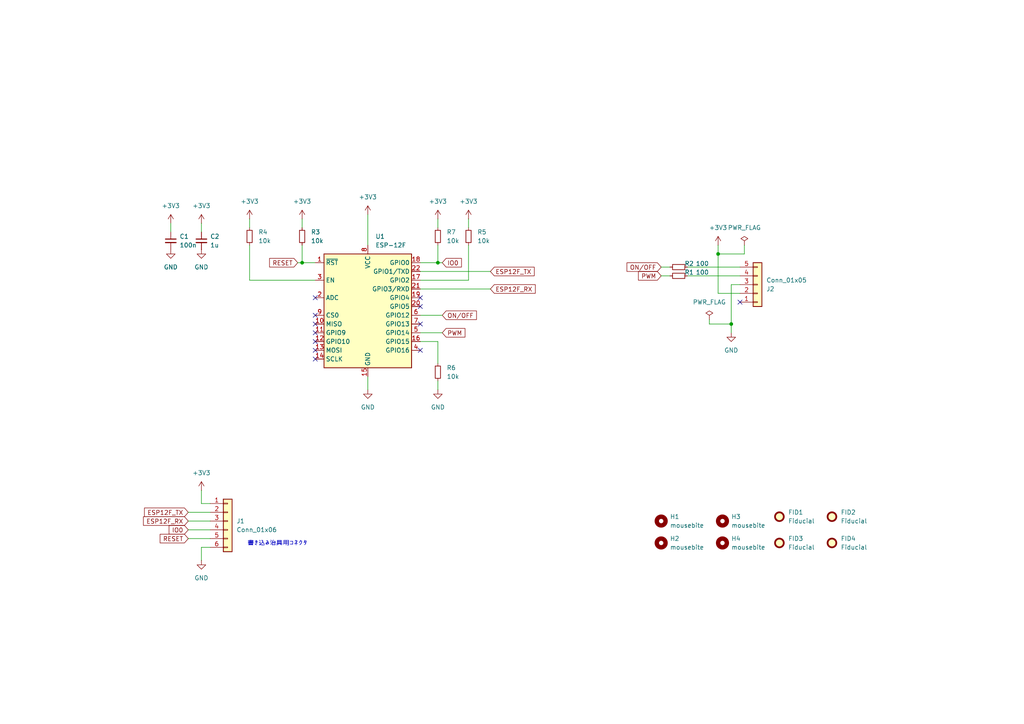
<source format=kicad_sch>
(kicad_sch
	(version 20231120)
	(generator "eeschema")
	(generator_version "8.0")
	(uuid "5a64071b-3d03-4ca2-b857-1b6c74206e05")
	(paper "A4")
	(lib_symbols
		(symbol "Connector_Generic:Conn_01x05"
			(pin_names
				(offset 1.016) hide)
			(exclude_from_sim no)
			(in_bom yes)
			(on_board yes)
			(property "Reference" "J"
				(at 0 7.62 0)
				(effects
					(font
						(size 1.27 1.27)
					)
				)
			)
			(property "Value" "Conn_01x05"
				(at 0 -7.62 0)
				(effects
					(font
						(size 1.27 1.27)
					)
				)
			)
			(property "Footprint" ""
				(at 0 0 0)
				(effects
					(font
						(size 1.27 1.27)
					)
					(hide yes)
				)
			)
			(property "Datasheet" "~"
				(at 0 0 0)
				(effects
					(font
						(size 1.27 1.27)
					)
					(hide yes)
				)
			)
			(property "Description" "Generic connector, single row, 01x05, script generated (kicad-library-utils/schlib/autogen/connector/)"
				(at 0 0 0)
				(effects
					(font
						(size 1.27 1.27)
					)
					(hide yes)
				)
			)
			(property "ki_keywords" "connector"
				(at 0 0 0)
				(effects
					(font
						(size 1.27 1.27)
					)
					(hide yes)
				)
			)
			(property "ki_fp_filters" "Connector*:*_1x??_*"
				(at 0 0 0)
				(effects
					(font
						(size 1.27 1.27)
					)
					(hide yes)
				)
			)
			(symbol "Conn_01x05_1_1"
				(rectangle
					(start -1.27 -4.953)
					(end 0 -5.207)
					(stroke
						(width 0.1524)
						(type default)
					)
					(fill
						(type none)
					)
				)
				(rectangle
					(start -1.27 -2.413)
					(end 0 -2.667)
					(stroke
						(width 0.1524)
						(type default)
					)
					(fill
						(type none)
					)
				)
				(rectangle
					(start -1.27 0.127)
					(end 0 -0.127)
					(stroke
						(width 0.1524)
						(type default)
					)
					(fill
						(type none)
					)
				)
				(rectangle
					(start -1.27 2.667)
					(end 0 2.413)
					(stroke
						(width 0.1524)
						(type default)
					)
					(fill
						(type none)
					)
				)
				(rectangle
					(start -1.27 5.207)
					(end 0 4.953)
					(stroke
						(width 0.1524)
						(type default)
					)
					(fill
						(type none)
					)
				)
				(rectangle
					(start -1.27 6.35)
					(end 1.27 -6.35)
					(stroke
						(width 0.254)
						(type default)
					)
					(fill
						(type background)
					)
				)
				(pin passive line
					(at -5.08 5.08 0)
					(length 3.81)
					(name "Pin_1"
						(effects
							(font
								(size 1.27 1.27)
							)
						)
					)
					(number "1"
						(effects
							(font
								(size 1.27 1.27)
							)
						)
					)
				)
				(pin passive line
					(at -5.08 2.54 0)
					(length 3.81)
					(name "Pin_2"
						(effects
							(font
								(size 1.27 1.27)
							)
						)
					)
					(number "2"
						(effects
							(font
								(size 1.27 1.27)
							)
						)
					)
				)
				(pin passive line
					(at -5.08 0 0)
					(length 3.81)
					(name "Pin_3"
						(effects
							(font
								(size 1.27 1.27)
							)
						)
					)
					(number "3"
						(effects
							(font
								(size 1.27 1.27)
							)
						)
					)
				)
				(pin passive line
					(at -5.08 -2.54 0)
					(length 3.81)
					(name "Pin_4"
						(effects
							(font
								(size 1.27 1.27)
							)
						)
					)
					(number "4"
						(effects
							(font
								(size 1.27 1.27)
							)
						)
					)
				)
				(pin passive line
					(at -5.08 -5.08 0)
					(length 3.81)
					(name "Pin_5"
						(effects
							(font
								(size 1.27 1.27)
							)
						)
					)
					(number "5"
						(effects
							(font
								(size 1.27 1.27)
							)
						)
					)
				)
			)
		)
		(symbol "Connector_Generic:Conn_01x06"
			(pin_names
				(offset 1.016) hide)
			(exclude_from_sim no)
			(in_bom yes)
			(on_board yes)
			(property "Reference" "J"
				(at 0 7.62 0)
				(effects
					(font
						(size 1.27 1.27)
					)
				)
			)
			(property "Value" "Conn_01x06"
				(at 0 -10.16 0)
				(effects
					(font
						(size 1.27 1.27)
					)
				)
			)
			(property "Footprint" ""
				(at 0 0 0)
				(effects
					(font
						(size 1.27 1.27)
					)
					(hide yes)
				)
			)
			(property "Datasheet" "~"
				(at 0 0 0)
				(effects
					(font
						(size 1.27 1.27)
					)
					(hide yes)
				)
			)
			(property "Description" "Generic connector, single row, 01x06, script generated (kicad-library-utils/schlib/autogen/connector/)"
				(at 0 0 0)
				(effects
					(font
						(size 1.27 1.27)
					)
					(hide yes)
				)
			)
			(property "ki_keywords" "connector"
				(at 0 0 0)
				(effects
					(font
						(size 1.27 1.27)
					)
					(hide yes)
				)
			)
			(property "ki_fp_filters" "Connector*:*_1x??_*"
				(at 0 0 0)
				(effects
					(font
						(size 1.27 1.27)
					)
					(hide yes)
				)
			)
			(symbol "Conn_01x06_1_1"
				(rectangle
					(start -1.27 -7.493)
					(end 0 -7.747)
					(stroke
						(width 0.1524)
						(type default)
					)
					(fill
						(type none)
					)
				)
				(rectangle
					(start -1.27 -4.953)
					(end 0 -5.207)
					(stroke
						(width 0.1524)
						(type default)
					)
					(fill
						(type none)
					)
				)
				(rectangle
					(start -1.27 -2.413)
					(end 0 -2.667)
					(stroke
						(width 0.1524)
						(type default)
					)
					(fill
						(type none)
					)
				)
				(rectangle
					(start -1.27 0.127)
					(end 0 -0.127)
					(stroke
						(width 0.1524)
						(type default)
					)
					(fill
						(type none)
					)
				)
				(rectangle
					(start -1.27 2.667)
					(end 0 2.413)
					(stroke
						(width 0.1524)
						(type default)
					)
					(fill
						(type none)
					)
				)
				(rectangle
					(start -1.27 5.207)
					(end 0 4.953)
					(stroke
						(width 0.1524)
						(type default)
					)
					(fill
						(type none)
					)
				)
				(rectangle
					(start -1.27 6.35)
					(end 1.27 -8.89)
					(stroke
						(width 0.254)
						(type default)
					)
					(fill
						(type background)
					)
				)
				(pin passive line
					(at -5.08 5.08 0)
					(length 3.81)
					(name "Pin_1"
						(effects
							(font
								(size 1.27 1.27)
							)
						)
					)
					(number "1"
						(effects
							(font
								(size 1.27 1.27)
							)
						)
					)
				)
				(pin passive line
					(at -5.08 2.54 0)
					(length 3.81)
					(name "Pin_2"
						(effects
							(font
								(size 1.27 1.27)
							)
						)
					)
					(number "2"
						(effects
							(font
								(size 1.27 1.27)
							)
						)
					)
				)
				(pin passive line
					(at -5.08 0 0)
					(length 3.81)
					(name "Pin_3"
						(effects
							(font
								(size 1.27 1.27)
							)
						)
					)
					(number "3"
						(effects
							(font
								(size 1.27 1.27)
							)
						)
					)
				)
				(pin passive line
					(at -5.08 -2.54 0)
					(length 3.81)
					(name "Pin_4"
						(effects
							(font
								(size 1.27 1.27)
							)
						)
					)
					(number "4"
						(effects
							(font
								(size 1.27 1.27)
							)
						)
					)
				)
				(pin passive line
					(at -5.08 -5.08 0)
					(length 3.81)
					(name "Pin_5"
						(effects
							(font
								(size 1.27 1.27)
							)
						)
					)
					(number "5"
						(effects
							(font
								(size 1.27 1.27)
							)
						)
					)
				)
				(pin passive line
					(at -5.08 -7.62 0)
					(length 3.81)
					(name "Pin_6"
						(effects
							(font
								(size 1.27 1.27)
							)
						)
					)
					(number "6"
						(effects
							(font
								(size 1.27 1.27)
							)
						)
					)
				)
			)
		)
		(symbol "Device:C_Small"
			(pin_numbers hide)
			(pin_names
				(offset 0.254) hide)
			(exclude_from_sim no)
			(in_bom yes)
			(on_board yes)
			(property "Reference" "C"
				(at 0.254 1.778 0)
				(effects
					(font
						(size 1.27 1.27)
					)
					(justify left)
				)
			)
			(property "Value" "C_Small"
				(at 0.254 -2.032 0)
				(effects
					(font
						(size 1.27 1.27)
					)
					(justify left)
				)
			)
			(property "Footprint" ""
				(at 0 0 0)
				(effects
					(font
						(size 1.27 1.27)
					)
					(hide yes)
				)
			)
			(property "Datasheet" "~"
				(at 0 0 0)
				(effects
					(font
						(size 1.27 1.27)
					)
					(hide yes)
				)
			)
			(property "Description" "Unpolarized capacitor, small symbol"
				(at 0 0 0)
				(effects
					(font
						(size 1.27 1.27)
					)
					(hide yes)
				)
			)
			(property "ki_keywords" "capacitor cap"
				(at 0 0 0)
				(effects
					(font
						(size 1.27 1.27)
					)
					(hide yes)
				)
			)
			(property "ki_fp_filters" "C_*"
				(at 0 0 0)
				(effects
					(font
						(size 1.27 1.27)
					)
					(hide yes)
				)
			)
			(symbol "C_Small_0_1"
				(polyline
					(pts
						(xy -1.524 -0.508) (xy 1.524 -0.508)
					)
					(stroke
						(width 0.3302)
						(type default)
					)
					(fill
						(type none)
					)
				)
				(polyline
					(pts
						(xy -1.524 0.508) (xy 1.524 0.508)
					)
					(stroke
						(width 0.3048)
						(type default)
					)
					(fill
						(type none)
					)
				)
			)
			(symbol "C_Small_1_1"
				(pin passive line
					(at 0 2.54 270)
					(length 2.032)
					(name "~"
						(effects
							(font
								(size 1.27 1.27)
							)
						)
					)
					(number "1"
						(effects
							(font
								(size 1.27 1.27)
							)
						)
					)
				)
				(pin passive line
					(at 0 -2.54 90)
					(length 2.032)
					(name "~"
						(effects
							(font
								(size 1.27 1.27)
							)
						)
					)
					(number "2"
						(effects
							(font
								(size 1.27 1.27)
							)
						)
					)
				)
			)
		)
		(symbol "Device:R_Small"
			(pin_numbers hide)
			(pin_names
				(offset 0.254) hide)
			(exclude_from_sim no)
			(in_bom yes)
			(on_board yes)
			(property "Reference" "R"
				(at 0.762 0.508 0)
				(effects
					(font
						(size 1.27 1.27)
					)
					(justify left)
				)
			)
			(property "Value" "R_Small"
				(at 0.762 -1.016 0)
				(effects
					(font
						(size 1.27 1.27)
					)
					(justify left)
				)
			)
			(property "Footprint" ""
				(at 0 0 0)
				(effects
					(font
						(size 1.27 1.27)
					)
					(hide yes)
				)
			)
			(property "Datasheet" "~"
				(at 0 0 0)
				(effects
					(font
						(size 1.27 1.27)
					)
					(hide yes)
				)
			)
			(property "Description" "Resistor, small symbol"
				(at 0 0 0)
				(effects
					(font
						(size 1.27 1.27)
					)
					(hide yes)
				)
			)
			(property "ki_keywords" "R resistor"
				(at 0 0 0)
				(effects
					(font
						(size 1.27 1.27)
					)
					(hide yes)
				)
			)
			(property "ki_fp_filters" "R_*"
				(at 0 0 0)
				(effects
					(font
						(size 1.27 1.27)
					)
					(hide yes)
				)
			)
			(symbol "R_Small_0_1"
				(rectangle
					(start -0.762 1.778)
					(end 0.762 -1.778)
					(stroke
						(width 0.2032)
						(type default)
					)
					(fill
						(type none)
					)
				)
			)
			(symbol "R_Small_1_1"
				(pin passive line
					(at 0 2.54 270)
					(length 0.762)
					(name "~"
						(effects
							(font
								(size 1.27 1.27)
							)
						)
					)
					(number "1"
						(effects
							(font
								(size 1.27 1.27)
							)
						)
					)
				)
				(pin passive line
					(at 0 -2.54 90)
					(length 0.762)
					(name "~"
						(effects
							(font
								(size 1.27 1.27)
							)
						)
					)
					(number "2"
						(effects
							(font
								(size 1.27 1.27)
							)
						)
					)
				)
			)
		)
		(symbol "Mechanical:Fiducial"
			(exclude_from_sim yes)
			(in_bom no)
			(on_board yes)
			(property "Reference" "FID"
				(at 0 5.08 0)
				(effects
					(font
						(size 1.27 1.27)
					)
				)
			)
			(property "Value" "Fiducial"
				(at 0 3.175 0)
				(effects
					(font
						(size 1.27 1.27)
					)
				)
			)
			(property "Footprint" ""
				(at 0 0 0)
				(effects
					(font
						(size 1.27 1.27)
					)
					(hide yes)
				)
			)
			(property "Datasheet" "~"
				(at 0 0 0)
				(effects
					(font
						(size 1.27 1.27)
					)
					(hide yes)
				)
			)
			(property "Description" "Fiducial Marker"
				(at 0 0 0)
				(effects
					(font
						(size 1.27 1.27)
					)
					(hide yes)
				)
			)
			(property "ki_keywords" "fiducial marker"
				(at 0 0 0)
				(effects
					(font
						(size 1.27 1.27)
					)
					(hide yes)
				)
			)
			(property "ki_fp_filters" "Fiducial*"
				(at 0 0 0)
				(effects
					(font
						(size 1.27 1.27)
					)
					(hide yes)
				)
			)
			(symbol "Fiducial_0_1"
				(circle
					(center 0 0)
					(radius 1.27)
					(stroke
						(width 0.508)
						(type default)
					)
					(fill
						(type background)
					)
				)
			)
		)
		(symbol "Mechanical:MountingHole"
			(pin_names
				(offset 1.016)
			)
			(exclude_from_sim yes)
			(in_bom no)
			(on_board yes)
			(property "Reference" "H"
				(at 0 5.08 0)
				(effects
					(font
						(size 1.27 1.27)
					)
				)
			)
			(property "Value" "MountingHole"
				(at 0 3.175 0)
				(effects
					(font
						(size 1.27 1.27)
					)
				)
			)
			(property "Footprint" ""
				(at 0 0 0)
				(effects
					(font
						(size 1.27 1.27)
					)
					(hide yes)
				)
			)
			(property "Datasheet" "~"
				(at 0 0 0)
				(effects
					(font
						(size 1.27 1.27)
					)
					(hide yes)
				)
			)
			(property "Description" "Mounting Hole without connection"
				(at 0 0 0)
				(effects
					(font
						(size 1.27 1.27)
					)
					(hide yes)
				)
			)
			(property "ki_keywords" "mounting hole"
				(at 0 0 0)
				(effects
					(font
						(size 1.27 1.27)
					)
					(hide yes)
				)
			)
			(property "ki_fp_filters" "MountingHole*"
				(at 0 0 0)
				(effects
					(font
						(size 1.27 1.27)
					)
					(hide yes)
				)
			)
			(symbol "MountingHole_0_1"
				(circle
					(center 0 0)
					(radius 1.27)
					(stroke
						(width 1.27)
						(type default)
					)
					(fill
						(type none)
					)
				)
			)
		)
		(symbol "RF_Module:ESP-12F"
			(exclude_from_sim no)
			(in_bom yes)
			(on_board yes)
			(property "Reference" "U"
				(at -12.7 19.05 0)
				(effects
					(font
						(size 1.27 1.27)
					)
					(justify left)
				)
			)
			(property "Value" "ESP-12F"
				(at 12.7 19.05 0)
				(effects
					(font
						(size 1.27 1.27)
					)
					(justify right)
				)
			)
			(property "Footprint" "RF_Module:ESP-12E"
				(at 0 0 0)
				(effects
					(font
						(size 1.27 1.27)
					)
					(hide yes)
				)
			)
			(property "Datasheet" "http://wiki.ai-thinker.com/_media/esp8266/esp8266_series_modules_user_manual_v1.1.pdf"
				(at -8.89 2.54 0)
				(effects
					(font
						(size 1.27 1.27)
					)
					(hide yes)
				)
			)
			(property "Description" "802.11 b/g/n Wi-Fi Module"
				(at 0 0 0)
				(effects
					(font
						(size 1.27 1.27)
					)
					(hide yes)
				)
			)
			(property "ki_keywords" "802.11 Wi-Fi"
				(at 0 0 0)
				(effects
					(font
						(size 1.27 1.27)
					)
					(hide yes)
				)
			)
			(property "ki_fp_filters" "ESP?12*"
				(at 0 0 0)
				(effects
					(font
						(size 1.27 1.27)
					)
					(hide yes)
				)
			)
			(symbol "ESP-12F_0_1"
				(rectangle
					(start -12.7 17.78)
					(end 12.7 -15.24)
					(stroke
						(width 0.254)
						(type default)
					)
					(fill
						(type background)
					)
				)
			)
			(symbol "ESP-12F_1_1"
				(pin input line
					(at -15.24 15.24 0)
					(length 2.54)
					(name "~{RST}"
						(effects
							(font
								(size 1.27 1.27)
							)
						)
					)
					(number "1"
						(effects
							(font
								(size 1.27 1.27)
							)
						)
					)
				)
				(pin bidirectional line
					(at -15.24 -2.54 0)
					(length 2.54)
					(name "MISO"
						(effects
							(font
								(size 1.27 1.27)
							)
						)
					)
					(number "10"
						(effects
							(font
								(size 1.27 1.27)
							)
						)
					)
				)
				(pin bidirectional line
					(at -15.24 -5.08 0)
					(length 2.54)
					(name "GPIO9"
						(effects
							(font
								(size 1.27 1.27)
							)
						)
					)
					(number "11"
						(effects
							(font
								(size 1.27 1.27)
							)
						)
					)
				)
				(pin bidirectional line
					(at -15.24 -7.62 0)
					(length 2.54)
					(name "GPIO10"
						(effects
							(font
								(size 1.27 1.27)
							)
						)
					)
					(number "12"
						(effects
							(font
								(size 1.27 1.27)
							)
						)
					)
				)
				(pin bidirectional line
					(at -15.24 -10.16 0)
					(length 2.54)
					(name "MOSI"
						(effects
							(font
								(size 1.27 1.27)
							)
						)
					)
					(number "13"
						(effects
							(font
								(size 1.27 1.27)
							)
						)
					)
				)
				(pin bidirectional line
					(at -15.24 -12.7 0)
					(length 2.54)
					(name "SCLK"
						(effects
							(font
								(size 1.27 1.27)
							)
						)
					)
					(number "14"
						(effects
							(font
								(size 1.27 1.27)
							)
						)
					)
				)
				(pin power_in line
					(at 0 -17.78 90)
					(length 2.54)
					(name "GND"
						(effects
							(font
								(size 1.27 1.27)
							)
						)
					)
					(number "15"
						(effects
							(font
								(size 1.27 1.27)
							)
						)
					)
				)
				(pin bidirectional line
					(at 15.24 -7.62 180)
					(length 2.54)
					(name "GPIO15"
						(effects
							(font
								(size 1.27 1.27)
							)
						)
					)
					(number "16"
						(effects
							(font
								(size 1.27 1.27)
							)
						)
					)
				)
				(pin bidirectional line
					(at 15.24 10.16 180)
					(length 2.54)
					(name "GPIO2"
						(effects
							(font
								(size 1.27 1.27)
							)
						)
					)
					(number "17"
						(effects
							(font
								(size 1.27 1.27)
							)
						)
					)
				)
				(pin bidirectional line
					(at 15.24 15.24 180)
					(length 2.54)
					(name "GPIO0"
						(effects
							(font
								(size 1.27 1.27)
							)
						)
					)
					(number "18"
						(effects
							(font
								(size 1.27 1.27)
							)
						)
					)
				)
				(pin bidirectional line
					(at 15.24 5.08 180)
					(length 2.54)
					(name "GPIO4"
						(effects
							(font
								(size 1.27 1.27)
							)
						)
					)
					(number "19"
						(effects
							(font
								(size 1.27 1.27)
							)
						)
					)
				)
				(pin input line
					(at -15.24 5.08 0)
					(length 2.54)
					(name "ADC"
						(effects
							(font
								(size 1.27 1.27)
							)
						)
					)
					(number "2"
						(effects
							(font
								(size 1.27 1.27)
							)
						)
					)
				)
				(pin bidirectional line
					(at 15.24 2.54 180)
					(length 2.54)
					(name "GPIO5"
						(effects
							(font
								(size 1.27 1.27)
							)
						)
					)
					(number "20"
						(effects
							(font
								(size 1.27 1.27)
							)
						)
					)
				)
				(pin bidirectional line
					(at 15.24 7.62 180)
					(length 2.54)
					(name "GPIO3/RXD"
						(effects
							(font
								(size 1.27 1.27)
							)
						)
					)
					(number "21"
						(effects
							(font
								(size 1.27 1.27)
							)
						)
					)
				)
				(pin bidirectional line
					(at 15.24 12.7 180)
					(length 2.54)
					(name "GPIO1/TXD"
						(effects
							(font
								(size 1.27 1.27)
							)
						)
					)
					(number "22"
						(effects
							(font
								(size 1.27 1.27)
							)
						)
					)
				)
				(pin input line
					(at -15.24 10.16 0)
					(length 2.54)
					(name "EN"
						(effects
							(font
								(size 1.27 1.27)
							)
						)
					)
					(number "3"
						(effects
							(font
								(size 1.27 1.27)
							)
						)
					)
				)
				(pin bidirectional line
					(at 15.24 -10.16 180)
					(length 2.54)
					(name "GPIO16"
						(effects
							(font
								(size 1.27 1.27)
							)
						)
					)
					(number "4"
						(effects
							(font
								(size 1.27 1.27)
							)
						)
					)
				)
				(pin bidirectional line
					(at 15.24 -5.08 180)
					(length 2.54)
					(name "GPIO14"
						(effects
							(font
								(size 1.27 1.27)
							)
						)
					)
					(number "5"
						(effects
							(font
								(size 1.27 1.27)
							)
						)
					)
				)
				(pin bidirectional line
					(at 15.24 0 180)
					(length 2.54)
					(name "GPIO12"
						(effects
							(font
								(size 1.27 1.27)
							)
						)
					)
					(number "6"
						(effects
							(font
								(size 1.27 1.27)
							)
						)
					)
				)
				(pin bidirectional line
					(at 15.24 -2.54 180)
					(length 2.54)
					(name "GPIO13"
						(effects
							(font
								(size 1.27 1.27)
							)
						)
					)
					(number "7"
						(effects
							(font
								(size 1.27 1.27)
							)
						)
					)
				)
				(pin power_in line
					(at 0 20.32 270)
					(length 2.54)
					(name "VCC"
						(effects
							(font
								(size 1.27 1.27)
							)
						)
					)
					(number "8"
						(effects
							(font
								(size 1.27 1.27)
							)
						)
					)
				)
				(pin input line
					(at -15.24 0 0)
					(length 2.54)
					(name "CS0"
						(effects
							(font
								(size 1.27 1.27)
							)
						)
					)
					(number "9"
						(effects
							(font
								(size 1.27 1.27)
							)
						)
					)
				)
			)
		)
		(symbol "power:+3V3"
			(power)
			(pin_numbers hide)
			(pin_names
				(offset 0) hide)
			(exclude_from_sim no)
			(in_bom yes)
			(on_board yes)
			(property "Reference" "#PWR"
				(at 0 -3.81 0)
				(effects
					(font
						(size 1.27 1.27)
					)
					(hide yes)
				)
			)
			(property "Value" "+3V3"
				(at 0 3.556 0)
				(effects
					(font
						(size 1.27 1.27)
					)
				)
			)
			(property "Footprint" ""
				(at 0 0 0)
				(effects
					(font
						(size 1.27 1.27)
					)
					(hide yes)
				)
			)
			(property "Datasheet" ""
				(at 0 0 0)
				(effects
					(font
						(size 1.27 1.27)
					)
					(hide yes)
				)
			)
			(property "Description" "Power symbol creates a global label with name \"+3V3\""
				(at 0 0 0)
				(effects
					(font
						(size 1.27 1.27)
					)
					(hide yes)
				)
			)
			(property "ki_keywords" "global power"
				(at 0 0 0)
				(effects
					(font
						(size 1.27 1.27)
					)
					(hide yes)
				)
			)
			(symbol "+3V3_0_1"
				(polyline
					(pts
						(xy -0.762 1.27) (xy 0 2.54)
					)
					(stroke
						(width 0)
						(type default)
					)
					(fill
						(type none)
					)
				)
				(polyline
					(pts
						(xy 0 0) (xy 0 2.54)
					)
					(stroke
						(width 0)
						(type default)
					)
					(fill
						(type none)
					)
				)
				(polyline
					(pts
						(xy 0 2.54) (xy 0.762 1.27)
					)
					(stroke
						(width 0)
						(type default)
					)
					(fill
						(type none)
					)
				)
			)
			(symbol "+3V3_1_1"
				(pin power_in line
					(at 0 0 90)
					(length 0)
					(name "~"
						(effects
							(font
								(size 1.27 1.27)
							)
						)
					)
					(number "1"
						(effects
							(font
								(size 1.27 1.27)
							)
						)
					)
				)
			)
		)
		(symbol "power:GND"
			(power)
			(pin_numbers hide)
			(pin_names
				(offset 0) hide)
			(exclude_from_sim no)
			(in_bom yes)
			(on_board yes)
			(property "Reference" "#PWR"
				(at 0 -6.35 0)
				(effects
					(font
						(size 1.27 1.27)
					)
					(hide yes)
				)
			)
			(property "Value" "GND"
				(at 0 -3.81 0)
				(effects
					(font
						(size 1.27 1.27)
					)
				)
			)
			(property "Footprint" ""
				(at 0 0 0)
				(effects
					(font
						(size 1.27 1.27)
					)
					(hide yes)
				)
			)
			(property "Datasheet" ""
				(at 0 0 0)
				(effects
					(font
						(size 1.27 1.27)
					)
					(hide yes)
				)
			)
			(property "Description" "Power symbol creates a global label with name \"GND\" , ground"
				(at 0 0 0)
				(effects
					(font
						(size 1.27 1.27)
					)
					(hide yes)
				)
			)
			(property "ki_keywords" "global power"
				(at 0 0 0)
				(effects
					(font
						(size 1.27 1.27)
					)
					(hide yes)
				)
			)
			(symbol "GND_0_1"
				(polyline
					(pts
						(xy 0 0) (xy 0 -1.27) (xy 1.27 -1.27) (xy 0 -2.54) (xy -1.27 -1.27) (xy 0 -1.27)
					)
					(stroke
						(width 0)
						(type default)
					)
					(fill
						(type none)
					)
				)
			)
			(symbol "GND_1_1"
				(pin power_in line
					(at 0 0 270)
					(length 0)
					(name "~"
						(effects
							(font
								(size 1.27 1.27)
							)
						)
					)
					(number "1"
						(effects
							(font
								(size 1.27 1.27)
							)
						)
					)
				)
			)
		)
		(symbol "power:PWR_FLAG"
			(power)
			(pin_numbers hide)
			(pin_names
				(offset 0) hide)
			(exclude_from_sim no)
			(in_bom yes)
			(on_board yes)
			(property "Reference" "#FLG"
				(at 0 1.905 0)
				(effects
					(font
						(size 1.27 1.27)
					)
					(hide yes)
				)
			)
			(property "Value" "PWR_FLAG"
				(at 0 3.81 0)
				(effects
					(font
						(size 1.27 1.27)
					)
				)
			)
			(property "Footprint" ""
				(at 0 0 0)
				(effects
					(font
						(size 1.27 1.27)
					)
					(hide yes)
				)
			)
			(property "Datasheet" "~"
				(at 0 0 0)
				(effects
					(font
						(size 1.27 1.27)
					)
					(hide yes)
				)
			)
			(property "Description" "Special symbol for telling ERC where power comes from"
				(at 0 0 0)
				(effects
					(font
						(size 1.27 1.27)
					)
					(hide yes)
				)
			)
			(property "ki_keywords" "flag power"
				(at 0 0 0)
				(effects
					(font
						(size 1.27 1.27)
					)
					(hide yes)
				)
			)
			(symbol "PWR_FLAG_0_0"
				(pin power_out line
					(at 0 0 90)
					(length 0)
					(name "~"
						(effects
							(font
								(size 1.27 1.27)
							)
						)
					)
					(number "1"
						(effects
							(font
								(size 1.27 1.27)
							)
						)
					)
				)
			)
			(symbol "PWR_FLAG_0_1"
				(polyline
					(pts
						(xy 0 0) (xy 0 1.27) (xy -1.016 1.905) (xy 0 2.54) (xy 1.016 1.905) (xy 0 1.27)
					)
					(stroke
						(width 0)
						(type default)
					)
					(fill
						(type none)
					)
				)
			)
		)
	)
	(junction
		(at 208.28 73.66)
		(diameter 0)
		(color 0 0 0 0)
		(uuid "02eacd89-ccaa-4307-96f4-1f77d5527812")
	)
	(junction
		(at 87.63 76.2)
		(diameter 0)
		(color 0 0 0 0)
		(uuid "343bdd13-2e32-47dd-9717-a00de1522d89")
	)
	(junction
		(at 127 76.2)
		(diameter 0)
		(color 0 0 0 0)
		(uuid "43418db1-928e-4b12-a070-c2cb6e7cf517")
	)
	(junction
		(at 212.09 93.98)
		(diameter 0)
		(color 0 0 0 0)
		(uuid "9df754f2-056c-4e5d-be58-b38c7020cdb5")
	)
	(no_connect
		(at 121.92 93.98)
		(uuid "1c611aef-a0ba-4d86-a618-caa283e7a26f")
	)
	(no_connect
		(at 91.44 93.98)
		(uuid "2402299e-d61d-40ab-a4ab-dd2483c1cf70")
	)
	(no_connect
		(at 91.44 91.44)
		(uuid "31da00eb-899c-4cab-8285-cf95033774db")
	)
	(no_connect
		(at 91.44 96.52)
		(uuid "34f5a268-5a69-47d8-abbb-35ca75ea5edb")
	)
	(no_connect
		(at 121.92 101.6)
		(uuid "36eae7d0-0226-4bdc-922b-c15fcbc5cd9f")
	)
	(no_connect
		(at 91.44 104.14)
		(uuid "3b5d2d52-99b1-4c87-bf1a-5e89d22e59bd")
	)
	(no_connect
		(at 214.63 87.63)
		(uuid "6b3bafe9-045b-4e6b-8674-f2c5f733dbb7")
	)
	(no_connect
		(at 91.44 86.36)
		(uuid "6e2d098a-b9a0-40f2-9283-430776a040d0")
	)
	(no_connect
		(at 121.92 86.36)
		(uuid "6eadecd6-1e89-43f8-b928-52d9ddc73c11")
	)
	(no_connect
		(at 91.44 99.06)
		(uuid "83d36877-3cdd-40e0-b5e3-7abc3d0e9a73")
	)
	(no_connect
		(at 121.92 88.9)
		(uuid "e1f368e5-f6d2-41a2-af2c-70db55f86045")
	)
	(no_connect
		(at 91.44 101.6)
		(uuid "e529a5d2-b8d3-4f36-9c4d-bc9f633b1c27")
	)
	(wire
		(pts
			(xy 208.28 73.66) (xy 208.28 85.09)
		)
		(stroke
			(width 0)
			(type default)
		)
		(uuid "04c864c2-57f2-41e9-bc28-82f1b9fe2f2f")
	)
	(wire
		(pts
			(xy 121.92 81.28) (xy 135.89 81.28)
		)
		(stroke
			(width 0)
			(type default)
		)
		(uuid "13489af5-030d-4fb8-bdde-14a9f79588da")
	)
	(wire
		(pts
			(xy 58.42 146.05) (xy 60.96 146.05)
		)
		(stroke
			(width 0)
			(type default)
		)
		(uuid "202324b6-71bf-4c96-97d3-0b397a5fc06c")
	)
	(wire
		(pts
			(xy 135.89 63.5) (xy 135.89 66.04)
		)
		(stroke
			(width 0)
			(type default)
		)
		(uuid "20c6ddda-7e09-4746-a4cb-e253265a45cd")
	)
	(wire
		(pts
			(xy 49.53 64.77) (xy 49.53 67.31)
		)
		(stroke
			(width 0)
			(type default)
		)
		(uuid "26c4ab2c-967e-4873-b520-d61060afcdba")
	)
	(wire
		(pts
			(xy 215.9 71.12) (xy 215.9 73.66)
		)
		(stroke
			(width 0)
			(type default)
		)
		(uuid "39286234-a8c2-4576-b487-4fb21fa7ff43")
	)
	(wire
		(pts
			(xy 54.61 148.59) (xy 60.96 148.59)
		)
		(stroke
			(width 0)
			(type default)
		)
		(uuid "3b0b2464-bd91-4153-a053-becc12acc1d9")
	)
	(wire
		(pts
			(xy 208.28 71.12) (xy 208.28 73.66)
		)
		(stroke
			(width 0)
			(type default)
		)
		(uuid "4b7fa5d3-e44c-4573-873a-4c635aeaabb6")
	)
	(wire
		(pts
			(xy 127 99.06) (xy 127 105.41)
		)
		(stroke
			(width 0)
			(type default)
		)
		(uuid "4c6cfd4a-1457-47a6-8b01-5729f9f1c211")
	)
	(wire
		(pts
			(xy 191.77 80.01) (xy 194.31 80.01)
		)
		(stroke
			(width 0)
			(type default)
		)
		(uuid "4d227eaf-a0e2-4104-8a69-57f689d0b439")
	)
	(wire
		(pts
			(xy 205.74 92.71) (xy 205.74 93.98)
		)
		(stroke
			(width 0)
			(type default)
		)
		(uuid "518a04be-c409-4168-bff4-56e8a5f7029e")
	)
	(wire
		(pts
			(xy 54.61 151.13) (xy 60.96 151.13)
		)
		(stroke
			(width 0)
			(type default)
		)
		(uuid "53be527a-e24d-47e0-a603-85b27880f85c")
	)
	(wire
		(pts
			(xy 72.39 71.12) (xy 72.39 81.28)
		)
		(stroke
			(width 0)
			(type default)
		)
		(uuid "5ffa0873-8a48-49b9-92e6-b1fa53fcc476")
	)
	(wire
		(pts
			(xy 106.68 113.03) (xy 106.68 109.22)
		)
		(stroke
			(width 0)
			(type default)
		)
		(uuid "67ea72be-cb3b-4afb-b98a-d20992d1c8ce")
	)
	(wire
		(pts
			(xy 58.42 142.24) (xy 58.42 146.05)
		)
		(stroke
			(width 0)
			(type default)
		)
		(uuid "6f5e4662-347d-40b6-909e-646925b33d13")
	)
	(wire
		(pts
			(xy 121.92 96.52) (xy 128.27 96.52)
		)
		(stroke
			(width 0)
			(type default)
		)
		(uuid "7202a35f-dd58-4b51-be63-68a499d0afa6")
	)
	(wire
		(pts
			(xy 214.63 82.55) (xy 212.09 82.55)
		)
		(stroke
			(width 0)
			(type default)
		)
		(uuid "75b0d5bd-0607-411c-b2ec-8c1ea2bbc607")
	)
	(wire
		(pts
			(xy 106.68 62.23) (xy 106.68 71.12)
		)
		(stroke
			(width 0)
			(type default)
		)
		(uuid "77acbc94-6593-4257-93a4-6661d0f64e3c")
	)
	(wire
		(pts
			(xy 121.92 91.44) (xy 128.27 91.44)
		)
		(stroke
			(width 0)
			(type default)
		)
		(uuid "7b786bab-279c-44a9-9548-9139186647b6")
	)
	(wire
		(pts
			(xy 72.39 81.28) (xy 91.44 81.28)
		)
		(stroke
			(width 0)
			(type default)
		)
		(uuid "7cdfc694-69d0-499b-a057-34cb5a7dbee2")
	)
	(wire
		(pts
			(xy 54.61 156.21) (xy 60.96 156.21)
		)
		(stroke
			(width 0)
			(type default)
		)
		(uuid "7d8765dd-fe46-4aea-a229-100385efd7a7")
	)
	(wire
		(pts
			(xy 121.92 83.82) (xy 142.24 83.82)
		)
		(stroke
			(width 0)
			(type default)
		)
		(uuid "806b4dfc-98be-4235-b1c1-07a18e7b1b0b")
	)
	(wire
		(pts
			(xy 205.74 93.98) (xy 212.09 93.98)
		)
		(stroke
			(width 0)
			(type default)
		)
		(uuid "8204961e-e4de-42c2-828d-d84020f351d8")
	)
	(wire
		(pts
			(xy 214.63 77.47) (xy 199.39 77.47)
		)
		(stroke
			(width 0)
			(type default)
		)
		(uuid "822f3bab-4f20-469d-91b7-fe0fdefeff3a")
	)
	(wire
		(pts
			(xy 127 76.2) (xy 128.27 76.2)
		)
		(stroke
			(width 0)
			(type default)
		)
		(uuid "86bc1ca6-1001-4a49-952c-cd5264a3e5c2")
	)
	(wire
		(pts
			(xy 54.61 153.67) (xy 60.96 153.67)
		)
		(stroke
			(width 0)
			(type default)
		)
		(uuid "87a6dcdf-0d28-4462-b0b6-3683cd464a31")
	)
	(wire
		(pts
			(xy 121.92 76.2) (xy 127 76.2)
		)
		(stroke
			(width 0)
			(type default)
		)
		(uuid "8af503c5-f639-487f-a14e-39fde4561a09")
	)
	(wire
		(pts
			(xy 208.28 85.09) (xy 214.63 85.09)
		)
		(stroke
			(width 0)
			(type default)
		)
		(uuid "8c5e59ae-f52f-4a0c-82e9-006968814a51")
	)
	(wire
		(pts
			(xy 127 63.5) (xy 127 66.04)
		)
		(stroke
			(width 0)
			(type default)
		)
		(uuid "9910eeae-fbbe-486c-9e4a-7ac4e4fbef83")
	)
	(wire
		(pts
			(xy 87.63 71.12) (xy 87.63 76.2)
		)
		(stroke
			(width 0)
			(type default)
		)
		(uuid "9a4a831c-fb15-4c5e-8883-eed3ecd76c85")
	)
	(wire
		(pts
			(xy 199.39 80.01) (xy 214.63 80.01)
		)
		(stroke
			(width 0)
			(type default)
		)
		(uuid "9ec4150f-c60d-447a-abd0-251e931b9ac3")
	)
	(wire
		(pts
			(xy 58.42 64.77) (xy 58.42 67.31)
		)
		(stroke
			(width 0)
			(type default)
		)
		(uuid "a51686c9-7f87-452e-8508-760bd42baabf")
	)
	(wire
		(pts
			(xy 215.9 73.66) (xy 208.28 73.66)
		)
		(stroke
			(width 0)
			(type default)
		)
		(uuid "af899616-f191-46ae-9979-1fe67cbdfd52")
	)
	(wire
		(pts
			(xy 87.63 76.2) (xy 91.44 76.2)
		)
		(stroke
			(width 0)
			(type default)
		)
		(uuid "b22efc55-7b54-4dd5-91ad-8d1d33cd527b")
	)
	(wire
		(pts
			(xy 127 76.2) (xy 127 71.12)
		)
		(stroke
			(width 0)
			(type default)
		)
		(uuid "b5f34522-53b8-41e8-86da-2ff37bf088ef")
	)
	(wire
		(pts
			(xy 121.92 78.74) (xy 142.24 78.74)
		)
		(stroke
			(width 0)
			(type default)
		)
		(uuid "c0c90742-c06e-4553-a270-6b335f80598a")
	)
	(wire
		(pts
			(xy 212.09 82.55) (xy 212.09 93.98)
		)
		(stroke
			(width 0)
			(type default)
		)
		(uuid "d3140b36-0582-410a-9b2c-dddb1520816e")
	)
	(wire
		(pts
			(xy 72.39 63.5) (xy 72.39 66.04)
		)
		(stroke
			(width 0)
			(type default)
		)
		(uuid "d69685ec-a053-4986-aac5-7ef6490db98f")
	)
	(wire
		(pts
			(xy 212.09 93.98) (xy 212.09 96.52)
		)
		(stroke
			(width 0)
			(type default)
		)
		(uuid "d80a95cf-f30c-492d-bd0e-58946155a10b")
	)
	(wire
		(pts
			(xy 135.89 71.12) (xy 135.89 81.28)
		)
		(stroke
			(width 0)
			(type default)
		)
		(uuid "dc4aa813-7053-471d-b10d-ac64c5886457")
	)
	(wire
		(pts
			(xy 58.42 158.75) (xy 58.42 162.56)
		)
		(stroke
			(width 0)
			(type default)
		)
		(uuid "e01e713f-8646-44b8-b974-110b11e692e7")
	)
	(wire
		(pts
			(xy 87.63 63.5) (xy 87.63 66.04)
		)
		(stroke
			(width 0)
			(type default)
		)
		(uuid "ed2c3eb9-1fdd-4dd7-98d7-798c979f2c97")
	)
	(wire
		(pts
			(xy 121.92 99.06) (xy 127 99.06)
		)
		(stroke
			(width 0)
			(type default)
		)
		(uuid "f680d81f-c49c-46f3-90de-cf0cbcf5b717")
	)
	(wire
		(pts
			(xy 191.77 77.47) (xy 194.31 77.47)
		)
		(stroke
			(width 0)
			(type default)
		)
		(uuid "f6e586db-c1cd-4076-abf4-f821e19b5aaf")
	)
	(wire
		(pts
			(xy 127 110.49) (xy 127 113.03)
		)
		(stroke
			(width 0)
			(type default)
		)
		(uuid "f8a5818b-d0fa-41bb-a208-3a7f838fbc31")
	)
	(wire
		(pts
			(xy 86.36 76.2) (xy 87.63 76.2)
		)
		(stroke
			(width 0)
			(type default)
		)
		(uuid "fb7f7217-6427-42cb-ad8d-328f92e95099")
	)
	(wire
		(pts
			(xy 60.96 158.75) (xy 58.42 158.75)
		)
		(stroke
			(width 0)
			(type default)
		)
		(uuid "fc4e7c23-3797-42d2-b718-0dee29cfcc8e")
	)
	(text "書き込み治具用コネクタ"
		(exclude_from_sim no)
		(at 80.518 157.734 0)
		(effects
			(font
				(size 1.27 1.27)
			)
		)
		(uuid "58b13246-8cba-45ca-a2d6-e664524de9c2")
	)
	(global_label "IO0"
		(shape input)
		(at 54.61 153.67 180)
		(fields_autoplaced yes)
		(effects
			(font
				(size 1.27 1.27)
			)
			(justify right)
		)
		(uuid "1ec699c6-dd75-4970-8a82-5986fa799c9d")
		(property "Intersheetrefs" "${INTERSHEET_REFS}"
			(at 48.48 153.67 0)
			(effects
				(font
					(size 1.27 1.27)
				)
				(justify right)
				(hide yes)
			)
		)
	)
	(global_label "IO0"
		(shape input)
		(at 128.27 76.2 0)
		(fields_autoplaced yes)
		(effects
			(font
				(size 1.27 1.27)
			)
			(justify left)
		)
		(uuid "4ba15950-91f3-4a45-9b4a-77eca07bf7f2")
		(property "Intersheetrefs" "${INTERSHEET_REFS}"
			(at 134.4 76.2 0)
			(effects
				(font
					(size 1.27 1.27)
				)
				(justify left)
				(hide yes)
			)
		)
	)
	(global_label "PWM"
		(shape input)
		(at 191.77 80.01 180)
		(fields_autoplaced yes)
		(effects
			(font
				(size 1.27 1.27)
			)
			(justify right)
		)
		(uuid "4d342776-88cb-4950-bbc6-19adc2986ebc")
		(property "Intersheetrefs" "${INTERSHEET_REFS}"
			(at 184.612 80.01 0)
			(effects
				(font
					(size 1.27 1.27)
				)
				(justify right)
				(hide yes)
			)
		)
	)
	(global_label "ESP12F_RX"
		(shape input)
		(at 142.24 83.82 0)
		(fields_autoplaced yes)
		(effects
			(font
				(size 1.27 1.27)
			)
			(justify left)
		)
		(uuid "5933ef89-98f4-4179-8ab7-07ca40624daf")
		(property "Intersheetrefs" "${INTERSHEET_REFS}"
			(at 155.8084 83.82 0)
			(effects
				(font
					(size 1.27 1.27)
				)
				(justify left)
				(hide yes)
			)
		)
	)
	(global_label "ON{slash}OFF"
		(shape input)
		(at 128.27 91.44 0)
		(fields_autoplaced yes)
		(effects
			(font
				(size 1.27 1.27)
			)
			(justify left)
		)
		(uuid "67bea6ae-0fee-4f4d-9393-00ddc94debc0")
		(property "Intersheetrefs" "${INTERSHEET_REFS}"
			(at 138.7544 91.44 0)
			(effects
				(font
					(size 1.27 1.27)
				)
				(justify left)
				(hide yes)
			)
		)
	)
	(global_label "ON{slash}OFF"
		(shape input)
		(at 191.77 77.47 180)
		(fields_autoplaced yes)
		(effects
			(font
				(size 1.27 1.27)
			)
			(justify right)
		)
		(uuid "74861361-58c5-4e22-afb7-94de973c1d72")
		(property "Intersheetrefs" "${INTERSHEET_REFS}"
			(at 181.2856 77.47 0)
			(effects
				(font
					(size 1.27 1.27)
				)
				(justify right)
				(hide yes)
			)
		)
	)
	(global_label "ESP12F_TX"
		(shape input)
		(at 142.24 78.74 0)
		(fields_autoplaced yes)
		(effects
			(font
				(size 1.27 1.27)
			)
			(justify left)
		)
		(uuid "80865158-eb22-408a-8633-68415301d524")
		(property "Intersheetrefs" "${INTERSHEET_REFS}"
			(at 155.506 78.74 0)
			(effects
				(font
					(size 1.27 1.27)
				)
				(justify left)
				(hide yes)
			)
		)
	)
	(global_label "PWM"
		(shape input)
		(at 128.27 96.52 0)
		(fields_autoplaced yes)
		(effects
			(font
				(size 1.27 1.27)
			)
			(justify left)
		)
		(uuid "91ac6cde-1f99-4856-b60b-c9931037c003")
		(property "Intersheetrefs" "${INTERSHEET_REFS}"
			(at 135.428 96.52 0)
			(effects
				(font
					(size 1.27 1.27)
				)
				(justify left)
				(hide yes)
			)
		)
	)
	(global_label "RESET"
		(shape input)
		(at 86.36 76.2 180)
		(fields_autoplaced yes)
		(effects
			(font
				(size 1.27 1.27)
			)
			(justify right)
		)
		(uuid "b58e3050-6d67-4c08-964e-c0e056585ec1")
		(property "Intersheetrefs" "${INTERSHEET_REFS}"
			(at 77.6297 76.2 0)
			(effects
				(font
					(size 1.27 1.27)
				)
				(justify right)
				(hide yes)
			)
		)
	)
	(global_label "RESET"
		(shape input)
		(at 54.61 156.21 180)
		(fields_autoplaced yes)
		(effects
			(font
				(size 1.27 1.27)
			)
			(justify right)
		)
		(uuid "c8867439-8806-402e-8df4-3b29f26351ba")
		(property "Intersheetrefs" "${INTERSHEET_REFS}"
			(at 45.8797 156.21 0)
			(effects
				(font
					(size 1.27 1.27)
				)
				(justify right)
				(hide yes)
			)
		)
	)
	(global_label "ESP12F_TX"
		(shape input)
		(at 54.61 148.59 180)
		(fields_autoplaced yes)
		(effects
			(font
				(size 1.27 1.27)
			)
			(justify right)
		)
		(uuid "cdfd7845-990c-4e9e-b71f-9d5babcd4b23")
		(property "Intersheetrefs" "${INTERSHEET_REFS}"
			(at 41.344 148.59 0)
			(effects
				(font
					(size 1.27 1.27)
				)
				(justify right)
				(hide yes)
			)
		)
	)
	(global_label "ESP12F_RX"
		(shape input)
		(at 54.61 151.13 180)
		(fields_autoplaced yes)
		(effects
			(font
				(size 1.27 1.27)
			)
			(justify right)
		)
		(uuid "dc6bf393-cfd8-4cac-ba7a-3bdb91dd95bb")
		(property "Intersheetrefs" "${INTERSHEET_REFS}"
			(at 41.0416 151.13 0)
			(effects
				(font
					(size 1.27 1.27)
				)
				(justify right)
				(hide yes)
			)
		)
	)
	(symbol
		(lib_id "power:PWR_FLAG")
		(at 205.74 92.71 0)
		(unit 1)
		(exclude_from_sim no)
		(in_bom yes)
		(on_board yes)
		(dnp no)
		(fields_autoplaced yes)
		(uuid "067507cc-d92e-4ca5-962b-75c38b0220d0")
		(property "Reference" "#FLG02"
			(at 205.74 90.805 0)
			(effects
				(font
					(size 1.27 1.27)
				)
				(hide yes)
			)
		)
		(property "Value" "PWR_FLAG"
			(at 205.74 87.63 0)
			(effects
				(font
					(size 1.27 1.27)
				)
			)
		)
		(property "Footprint" ""
			(at 205.74 92.71 0)
			(effects
				(font
					(size 1.27 1.27)
				)
				(hide yes)
			)
		)
		(property "Datasheet" "~"
			(at 205.74 92.71 0)
			(effects
				(font
					(size 1.27 1.27)
				)
				(hide yes)
			)
		)
		(property "Description" "Special symbol for telling ERC where power comes from"
			(at 205.74 92.71 0)
			(effects
				(font
					(size 1.27 1.27)
				)
				(hide yes)
			)
		)
		(pin "1"
			(uuid "35fbccf9-d13e-4d88-98a6-aed262e06d8a")
		)
		(instances
			(project "smartlight"
				(path "/5a64071b-3d03-4ca2-b857-1b6c74206e05"
					(reference "#FLG02")
					(unit 1)
				)
			)
		)
	)
	(symbol
		(lib_id "power:PWR_FLAG")
		(at 215.9 71.12 0)
		(unit 1)
		(exclude_from_sim no)
		(in_bom yes)
		(on_board yes)
		(dnp no)
		(fields_autoplaced yes)
		(uuid "0a7a4bdc-4893-449c-bb90-76a6a072e281")
		(property "Reference" "#FLG01"
			(at 215.9 69.215 0)
			(effects
				(font
					(size 1.27 1.27)
				)
				(hide yes)
			)
		)
		(property "Value" "PWR_FLAG"
			(at 215.9 66.04 0)
			(effects
				(font
					(size 1.27 1.27)
				)
			)
		)
		(property "Footprint" ""
			(at 215.9 71.12 0)
			(effects
				(font
					(size 1.27 1.27)
				)
				(hide yes)
			)
		)
		(property "Datasheet" "~"
			(at 215.9 71.12 0)
			(effects
				(font
					(size 1.27 1.27)
				)
				(hide yes)
			)
		)
		(property "Description" "Special symbol for telling ERC where power comes from"
			(at 215.9 71.12 0)
			(effects
				(font
					(size 1.27 1.27)
				)
				(hide yes)
			)
		)
		(pin "1"
			(uuid "ea25dce4-77f9-46c3-90a9-766c7a35715a")
		)
		(instances
			(project "smartlight"
				(path "/5a64071b-3d03-4ca2-b857-1b6c74206e05"
					(reference "#FLG01")
					(unit 1)
				)
			)
		)
	)
	(symbol
		(lib_id "Mechanical:Fiducial")
		(at 241.3 149.86 0)
		(unit 1)
		(exclude_from_sim yes)
		(in_bom no)
		(on_board yes)
		(dnp no)
		(fields_autoplaced yes)
		(uuid "11c762d3-8a85-4dd7-9412-203b5ab4f10f")
		(property "Reference" "FID2"
			(at 243.84 148.5899 0)
			(effects
				(font
					(size 1.27 1.27)
				)
				(justify left)
			)
		)
		(property "Value" "Fiducial"
			(at 243.84 151.1299 0)
			(effects
				(font
					(size 1.27 1.27)
				)
				(justify left)
			)
		)
		(property "Footprint" "Fiducial:Fiducial_1mm_Mask2mm"
			(at 241.3 149.86 0)
			(effects
				(font
					(size 1.27 1.27)
				)
				(hide yes)
			)
		)
		(property "Datasheet" "~"
			(at 241.3 149.86 0)
			(effects
				(font
					(size 1.27 1.27)
				)
				(hide yes)
			)
		)
		(property "Description" "Fiducial Marker"
			(at 241.3 149.86 0)
			(effects
				(font
					(size 1.27 1.27)
				)
				(hide yes)
			)
		)
		(instances
			(project "smartlight"
				(path "/5a64071b-3d03-4ca2-b857-1b6c74206e05"
					(reference "FID2")
					(unit 1)
				)
			)
		)
	)
	(symbol
		(lib_id "Device:C_Small")
		(at 49.53 69.85 0)
		(unit 1)
		(exclude_from_sim no)
		(in_bom yes)
		(on_board yes)
		(dnp no)
		(fields_autoplaced yes)
		(uuid "1876d414-2d44-474c-a65e-f6314cf8f332")
		(property "Reference" "C1"
			(at 52.07 68.5862 0)
			(effects
				(font
					(size 1.27 1.27)
				)
				(justify left)
			)
		)
		(property "Value" "100n"
			(at 52.07 71.1262 0)
			(effects
				(font
					(size 1.27 1.27)
				)
				(justify left)
			)
		)
		(property "Footprint" "Capacitor_SMD:C_0603_1608Metric"
			(at 49.53 69.85 0)
			(effects
				(font
					(size 1.27 1.27)
				)
				(hide yes)
			)
		)
		(property "Datasheet" "~"
			(at 49.53 69.85 0)
			(effects
				(font
					(size 1.27 1.27)
				)
				(hide yes)
			)
		)
		(property "Description" "Unpolarized capacitor, small symbol"
			(at 49.53 69.85 0)
			(effects
				(font
					(size 1.27 1.27)
				)
				(hide yes)
			)
		)
		(pin "2"
			(uuid "4da0291d-8721-4c47-be55-bc105cfa152a")
		)
		(pin "1"
			(uuid "fc4cc5e1-d743-422d-abd3-a2fa4ba92435")
		)
		(instances
			(project "smartlight"
				(path "/5a64071b-3d03-4ca2-b857-1b6c74206e05"
					(reference "C1")
					(unit 1)
				)
			)
		)
	)
	(symbol
		(lib_id "power:GND")
		(at 106.68 113.03 0)
		(unit 1)
		(exclude_from_sim no)
		(in_bom yes)
		(on_board yes)
		(dnp no)
		(fields_autoplaced yes)
		(uuid "282b269e-cb0b-4ad1-829b-c6d92d10eea8")
		(property "Reference" "#PWR02"
			(at 106.68 119.38 0)
			(effects
				(font
					(size 1.27 1.27)
				)
				(hide yes)
			)
		)
		(property "Value" "GND"
			(at 106.68 118.11 0)
			(effects
				(font
					(size 1.27 1.27)
				)
			)
		)
		(property "Footprint" ""
			(at 106.68 113.03 0)
			(effects
				(font
					(size 1.27 1.27)
				)
				(hide yes)
			)
		)
		(property "Datasheet" ""
			(at 106.68 113.03 0)
			(effects
				(font
					(size 1.27 1.27)
				)
				(hide yes)
			)
		)
		(property "Description" "Power symbol creates a global label with name \"GND\" , ground"
			(at 106.68 113.03 0)
			(effects
				(font
					(size 1.27 1.27)
				)
				(hide yes)
			)
		)
		(pin "1"
			(uuid "92bdb537-36b1-4cdc-a056-3ec30f8635d7")
		)
		(instances
			(project "smartlight"
				(path "/5a64071b-3d03-4ca2-b857-1b6c74206e05"
					(reference "#PWR02")
					(unit 1)
				)
			)
		)
	)
	(symbol
		(lib_id "power:+3V3")
		(at 49.53 64.77 0)
		(unit 1)
		(exclude_from_sim no)
		(in_bom yes)
		(on_board yes)
		(dnp no)
		(fields_autoplaced yes)
		(uuid "3586d315-e3c4-4f19-bedf-7a07df0503ab")
		(property "Reference" "#PWR03"
			(at 49.53 68.58 0)
			(effects
				(font
					(size 1.27 1.27)
				)
				(hide yes)
			)
		)
		(property "Value" "+3V3"
			(at 49.53 59.69 0)
			(effects
				(font
					(size 1.27 1.27)
				)
			)
		)
		(property "Footprint" ""
			(at 49.53 64.77 0)
			(effects
				(font
					(size 1.27 1.27)
				)
				(hide yes)
			)
		)
		(property "Datasheet" ""
			(at 49.53 64.77 0)
			(effects
				(font
					(size 1.27 1.27)
				)
				(hide yes)
			)
		)
		(property "Description" "Power symbol creates a global label with name \"+3V3\""
			(at 49.53 64.77 0)
			(effects
				(font
					(size 1.27 1.27)
				)
				(hide yes)
			)
		)
		(pin "1"
			(uuid "53a36e85-1e9a-490f-8c50-49fe26a67a9d")
		)
		(instances
			(project "smartlight"
				(path "/5a64071b-3d03-4ca2-b857-1b6c74206e05"
					(reference "#PWR03")
					(unit 1)
				)
			)
		)
	)
	(symbol
		(lib_id "power:GND")
		(at 212.09 96.52 0)
		(unit 1)
		(exclude_from_sim no)
		(in_bom yes)
		(on_board yes)
		(dnp no)
		(fields_autoplaced yes)
		(uuid "43354bfd-c3ed-4dcc-a6fd-ae6d4c092035")
		(property "Reference" "#PWR014"
			(at 212.09 102.87 0)
			(effects
				(font
					(size 1.27 1.27)
				)
				(hide yes)
			)
		)
		(property "Value" "GND"
			(at 212.09 101.6 0)
			(effects
				(font
					(size 1.27 1.27)
				)
			)
		)
		(property "Footprint" ""
			(at 212.09 96.52 0)
			(effects
				(font
					(size 1.27 1.27)
				)
				(hide yes)
			)
		)
		(property "Datasheet" ""
			(at 212.09 96.52 0)
			(effects
				(font
					(size 1.27 1.27)
				)
				(hide yes)
			)
		)
		(property "Description" "Power symbol creates a global label with name \"GND\" , ground"
			(at 212.09 96.52 0)
			(effects
				(font
					(size 1.27 1.27)
				)
				(hide yes)
			)
		)
		(pin "1"
			(uuid "256b0c7f-29fc-41a3-8d7e-62f79b2f1adc")
		)
		(instances
			(project "smartlight"
				(path "/5a64071b-3d03-4ca2-b857-1b6c74206e05"
					(reference "#PWR014")
					(unit 1)
				)
			)
		)
	)
	(symbol
		(lib_id "Device:R_Small")
		(at 127 68.58 0)
		(unit 1)
		(exclude_from_sim no)
		(in_bom yes)
		(on_board yes)
		(dnp no)
		(fields_autoplaced yes)
		(uuid "439bdbe5-91fa-4b22-b721-1966310208b5")
		(property "Reference" "R7"
			(at 129.54 67.3099 0)
			(effects
				(font
					(size 1.27 1.27)
				)
				(justify left)
			)
		)
		(property "Value" "10k"
			(at 129.54 69.8499 0)
			(effects
				(font
					(size 1.27 1.27)
				)
				(justify left)
			)
		)
		(property "Footprint" "Resistor_SMD:R_0402_1005Metric"
			(at 127 68.58 0)
			(effects
				(font
					(size 1.27 1.27)
				)
				(hide yes)
			)
		)
		(property "Datasheet" "~"
			(at 127 68.58 0)
			(effects
				(font
					(size 1.27 1.27)
				)
				(hide yes)
			)
		)
		(property "Description" "Resistor, small symbol"
			(at 127 68.58 0)
			(effects
				(font
					(size 1.27 1.27)
				)
				(hide yes)
			)
		)
		(pin "1"
			(uuid "eaa9bc9f-afb5-41bf-a108-8f3939d1d673")
		)
		(pin "2"
			(uuid "d62765f3-52db-42e5-bbe5-26b2ace91f82")
		)
		(instances
			(project "smartlight"
				(path "/5a64071b-3d03-4ca2-b857-1b6c74206e05"
					(reference "R7")
					(unit 1)
				)
			)
		)
	)
	(symbol
		(lib_id "power:+3V3")
		(at 87.63 63.5 0)
		(unit 1)
		(exclude_from_sim no)
		(in_bom yes)
		(on_board yes)
		(dnp no)
		(fields_autoplaced yes)
		(uuid "54264878-6075-4ea3-89fc-aa4731ebb198")
		(property "Reference" "#PWR07"
			(at 87.63 67.31 0)
			(effects
				(font
					(size 1.27 1.27)
				)
				(hide yes)
			)
		)
		(property "Value" "+3V3"
			(at 87.63 58.42 0)
			(effects
				(font
					(size 1.27 1.27)
				)
			)
		)
		(property "Footprint" ""
			(at 87.63 63.5 0)
			(effects
				(font
					(size 1.27 1.27)
				)
				(hide yes)
			)
		)
		(property "Datasheet" ""
			(at 87.63 63.5 0)
			(effects
				(font
					(size 1.27 1.27)
				)
				(hide yes)
			)
		)
		(property "Description" "Power symbol creates a global label with name \"+3V3\""
			(at 87.63 63.5 0)
			(effects
				(font
					(size 1.27 1.27)
				)
				(hide yes)
			)
		)
		(pin "1"
			(uuid "50157168-9e0d-4229-9b7a-8864bbc4dc26")
		)
		(instances
			(project "smartlight"
				(path "/5a64071b-3d03-4ca2-b857-1b6c74206e05"
					(reference "#PWR07")
					(unit 1)
				)
			)
		)
	)
	(symbol
		(lib_id "Mechanical:MountingHole")
		(at 209.55 151.13 0)
		(unit 1)
		(exclude_from_sim yes)
		(in_bom no)
		(on_board yes)
		(dnp no)
		(fields_autoplaced yes)
		(uuid "6b42b1d8-ddd1-4b3e-ab61-adf87827898d")
		(property "Reference" "H3"
			(at 212.09 149.8599 0)
			(effects
				(font
					(size 1.27 1.27)
				)
				(justify left)
			)
		)
		(property "Value" "mousebite"
			(at 212.09 152.3999 0)
			(effects
				(font
					(size 1.27 1.27)
				)
				(justify left)
			)
		)
		(property "Footprint" "taki-library:mousebites_1mm"
			(at 209.55 151.13 0)
			(effects
				(font
					(size 1.27 1.27)
				)
				(hide yes)
			)
		)
		(property "Datasheet" "~"
			(at 209.55 151.13 0)
			(effects
				(font
					(size 1.27 1.27)
				)
				(hide yes)
			)
		)
		(property "Description" "Mounting Hole without connection"
			(at 209.55 151.13 0)
			(effects
				(font
					(size 1.27 1.27)
				)
				(hide yes)
			)
		)
		(instances
			(project "smartlight"
				(path "/5a64071b-3d03-4ca2-b857-1b6c74206e05"
					(reference "H3")
					(unit 1)
				)
			)
		)
	)
	(symbol
		(lib_id "Device:R_Small")
		(at 127 107.95 0)
		(unit 1)
		(exclude_from_sim no)
		(in_bom yes)
		(on_board yes)
		(dnp no)
		(fields_autoplaced yes)
		(uuid "74ac50d0-545d-4116-97c4-09e75dc956fe")
		(property "Reference" "R6"
			(at 129.54 106.6799 0)
			(effects
				(font
					(size 1.27 1.27)
				)
				(justify left)
			)
		)
		(property "Value" "10k"
			(at 129.54 109.2199 0)
			(effects
				(font
					(size 1.27 1.27)
				)
				(justify left)
			)
		)
		(property "Footprint" "Resistor_SMD:R_0402_1005Metric"
			(at 127 107.95 0)
			(effects
				(font
					(size 1.27 1.27)
				)
				(hide yes)
			)
		)
		(property "Datasheet" "~"
			(at 127 107.95 0)
			(effects
				(font
					(size 1.27 1.27)
				)
				(hide yes)
			)
		)
		(property "Description" "Resistor, small symbol"
			(at 127 107.95 0)
			(effects
				(font
					(size 1.27 1.27)
				)
				(hide yes)
			)
		)
		(pin "1"
			(uuid "50f4e32b-851f-4417-811c-3570861b5ac2")
		)
		(pin "2"
			(uuid "80783af3-378c-4a92-b17e-21f19ed616a0")
		)
		(instances
			(project "smartlight"
				(path "/5a64071b-3d03-4ca2-b857-1b6c74206e05"
					(reference "R6")
					(unit 1)
				)
			)
		)
	)
	(symbol
		(lib_id "Device:R_Small")
		(at 196.85 77.47 90)
		(unit 1)
		(exclude_from_sim no)
		(in_bom yes)
		(on_board yes)
		(dnp no)
		(uuid "74ebb0dc-b14c-4500-991c-bfa5249d64d3")
		(property "Reference" "R2"
			(at 199.898 76.454 90)
			(effects
				(font
					(size 1.27 1.27)
				)
			)
		)
		(property "Value" "100"
			(at 203.708 76.454 90)
			(effects
				(font
					(size 1.27 1.27)
				)
			)
		)
		(property "Footprint" "Resistor_SMD:R_0402_1005Metric"
			(at 196.85 77.47 0)
			(effects
				(font
					(size 1.27 1.27)
				)
				(hide yes)
			)
		)
		(property "Datasheet" "~"
			(at 196.85 77.47 0)
			(effects
				(font
					(size 1.27 1.27)
				)
				(hide yes)
			)
		)
		(property "Description" "Resistor, small symbol"
			(at 196.85 77.47 0)
			(effects
				(font
					(size 1.27 1.27)
				)
				(hide yes)
			)
		)
		(pin "1"
			(uuid "18ea86b4-4fca-46cd-8954-5d46ba048d43")
		)
		(pin "2"
			(uuid "07d10d44-361b-4f38-918f-5ecfecd92d4d")
		)
		(instances
			(project "smartlight"
				(path "/5a64071b-3d03-4ca2-b857-1b6c74206e05"
					(reference "R2")
					(unit 1)
				)
			)
		)
	)
	(symbol
		(lib_id "power:GND")
		(at 49.53 72.39 0)
		(unit 1)
		(exclude_from_sim no)
		(in_bom yes)
		(on_board yes)
		(dnp no)
		(fields_autoplaced yes)
		(uuid "75409839-6b74-4fae-8a4c-5e7c60e5be15")
		(property "Reference" "#PWR05"
			(at 49.53 78.74 0)
			(effects
				(font
					(size 1.27 1.27)
				)
				(hide yes)
			)
		)
		(property "Value" "GND"
			(at 49.53 77.47 0)
			(effects
				(font
					(size 1.27 1.27)
				)
			)
		)
		(property "Footprint" ""
			(at 49.53 72.39 0)
			(effects
				(font
					(size 1.27 1.27)
				)
				(hide yes)
			)
		)
		(property "Datasheet" ""
			(at 49.53 72.39 0)
			(effects
				(font
					(size 1.27 1.27)
				)
				(hide yes)
			)
		)
		(property "Description" "Power symbol creates a global label with name \"GND\" , ground"
			(at 49.53 72.39 0)
			(effects
				(font
					(size 1.27 1.27)
				)
				(hide yes)
			)
		)
		(pin "1"
			(uuid "f38919ef-2b4a-429f-b9e1-e3c4188395ee")
		)
		(instances
			(project "smartlight"
				(path "/5a64071b-3d03-4ca2-b857-1b6c74206e05"
					(reference "#PWR05")
					(unit 1)
				)
			)
		)
	)
	(symbol
		(lib_id "power:+3V3")
		(at 58.42 142.24 0)
		(unit 1)
		(exclude_from_sim no)
		(in_bom yes)
		(on_board yes)
		(dnp no)
		(fields_autoplaced yes)
		(uuid "78baf4d4-f622-45d9-93f5-61328aa8b87f")
		(property "Reference" "#PWR012"
			(at 58.42 146.05 0)
			(effects
				(font
					(size 1.27 1.27)
				)
				(hide yes)
			)
		)
		(property "Value" "+3V3"
			(at 58.42 137.16 0)
			(effects
				(font
					(size 1.27 1.27)
				)
			)
		)
		(property "Footprint" ""
			(at 58.42 142.24 0)
			(effects
				(font
					(size 1.27 1.27)
				)
				(hide yes)
			)
		)
		(property "Datasheet" ""
			(at 58.42 142.24 0)
			(effects
				(font
					(size 1.27 1.27)
				)
				(hide yes)
			)
		)
		(property "Description" "Power symbol creates a global label with name \"+3V3\""
			(at 58.42 142.24 0)
			(effects
				(font
					(size 1.27 1.27)
				)
				(hide yes)
			)
		)
		(pin "1"
			(uuid "87cbb067-7452-49b6-b125-41eb1bc1fba3")
		)
		(instances
			(project "smartlight"
				(path "/5a64071b-3d03-4ca2-b857-1b6c74206e05"
					(reference "#PWR012")
					(unit 1)
				)
			)
		)
	)
	(symbol
		(lib_id "Connector_Generic:Conn_01x06")
		(at 66.04 151.13 0)
		(unit 1)
		(exclude_from_sim no)
		(in_bom yes)
		(on_board yes)
		(dnp no)
		(fields_autoplaced yes)
		(uuid "8799ad09-5237-4404-82ca-06baa0315256")
		(property "Reference" "J1"
			(at 68.58 151.1299 0)
			(effects
				(font
					(size 1.27 1.27)
				)
				(justify left)
			)
		)
		(property "Value" "Conn_01x06"
			(at 68.58 153.6699 0)
			(effects
				(font
					(size 1.27 1.27)
				)
				(justify left)
			)
		)
		(property "Footprint" "Connector_PinHeader_1.27mm:PinHeader_1x06_P1.27mm_Vertical"
			(at 66.04 151.13 0)
			(effects
				(font
					(size 1.27 1.27)
				)
				(hide yes)
			)
		)
		(property "Datasheet" "~"
			(at 66.04 151.13 0)
			(effects
				(font
					(size 1.27 1.27)
				)
				(hide yes)
			)
		)
		(property "Description" "Generic connector, single row, 01x06, script generated (kicad-library-utils/schlib/autogen/connector/)"
			(at 66.04 151.13 0)
			(effects
				(font
					(size 1.27 1.27)
				)
				(hide yes)
			)
		)
		(pin "4"
			(uuid "8b392cad-fc8a-4f74-8c2c-820e7f7ba606")
		)
		(pin "3"
			(uuid "c263e7ad-e4d0-4872-8b09-c9171ce79039")
		)
		(pin "5"
			(uuid "121e396c-bf73-415e-9710-684eef95c701")
		)
		(pin "1"
			(uuid "e7a03ecb-c1dd-48ec-8e96-c1eb0df485ba")
		)
		(pin "2"
			(uuid "f7540083-2531-45f3-b712-0bbc64719682")
		)
		(pin "6"
			(uuid "f3c65b9c-f53b-4c41-b80e-042a9f8a5860")
		)
		(instances
			(project "smartlight"
				(path "/5a64071b-3d03-4ca2-b857-1b6c74206e05"
					(reference "J1")
					(unit 1)
				)
			)
		)
	)
	(symbol
		(lib_id "Mechanical:MountingHole")
		(at 191.77 157.48 0)
		(unit 1)
		(exclude_from_sim yes)
		(in_bom no)
		(on_board yes)
		(dnp no)
		(fields_autoplaced yes)
		(uuid "87df5254-67c8-4017-a8de-6059de081934")
		(property "Reference" "H2"
			(at 194.31 156.2099 0)
			(effects
				(font
					(size 1.27 1.27)
				)
				(justify left)
			)
		)
		(property "Value" "mousebite"
			(at 194.31 158.7499 0)
			(effects
				(font
					(size 1.27 1.27)
				)
				(justify left)
			)
		)
		(property "Footprint" "taki-library:mousebites_1mm"
			(at 191.77 157.48 0)
			(effects
				(font
					(size 1.27 1.27)
				)
				(hide yes)
			)
		)
		(property "Datasheet" "~"
			(at 191.77 157.48 0)
			(effects
				(font
					(size 1.27 1.27)
				)
				(hide yes)
			)
		)
		(property "Description" "Mounting Hole without connection"
			(at 191.77 157.48 0)
			(effects
				(font
					(size 1.27 1.27)
				)
				(hide yes)
			)
		)
		(instances
			(project "smartlight"
				(path "/5a64071b-3d03-4ca2-b857-1b6c74206e05"
					(reference "H2")
					(unit 1)
				)
			)
		)
	)
	(symbol
		(lib_id "power:+3V3")
		(at 72.39 63.5 0)
		(unit 1)
		(exclude_from_sim no)
		(in_bom yes)
		(on_board yes)
		(dnp no)
		(fields_autoplaced yes)
		(uuid "8994ac43-f311-41f7-bd47-64fbe5eea47f")
		(property "Reference" "#PWR08"
			(at 72.39 67.31 0)
			(effects
				(font
					(size 1.27 1.27)
				)
				(hide yes)
			)
		)
		(property "Value" "+3V3"
			(at 72.39 58.42 0)
			(effects
				(font
					(size 1.27 1.27)
				)
			)
		)
		(property "Footprint" ""
			(at 72.39 63.5 0)
			(effects
				(font
					(size 1.27 1.27)
				)
				(hide yes)
			)
		)
		(property "Datasheet" ""
			(at 72.39 63.5 0)
			(effects
				(font
					(size 1.27 1.27)
				)
				(hide yes)
			)
		)
		(property "Description" "Power symbol creates a global label with name \"+3V3\""
			(at 72.39 63.5 0)
			(effects
				(font
					(size 1.27 1.27)
				)
				(hide yes)
			)
		)
		(pin "1"
			(uuid "171db882-bdb9-4d59-93fc-1c6fb8bca325")
		)
		(instances
			(project "smartlight"
				(path "/5a64071b-3d03-4ca2-b857-1b6c74206e05"
					(reference "#PWR08")
					(unit 1)
				)
			)
		)
	)
	(symbol
		(lib_id "Mechanical:Fiducial")
		(at 226.06 157.48 0)
		(unit 1)
		(exclude_from_sim yes)
		(in_bom no)
		(on_board yes)
		(dnp no)
		(fields_autoplaced yes)
		(uuid "8afadb81-8a03-4771-85e9-bdbdb009259a")
		(property "Reference" "FID3"
			(at 228.6 156.2099 0)
			(effects
				(font
					(size 1.27 1.27)
				)
				(justify left)
			)
		)
		(property "Value" "Fiducial"
			(at 228.6 158.7499 0)
			(effects
				(font
					(size 1.27 1.27)
				)
				(justify left)
			)
		)
		(property "Footprint" "Fiducial:Fiducial_1mm_Mask2mm"
			(at 226.06 157.48 0)
			(effects
				(font
					(size 1.27 1.27)
				)
				(hide yes)
			)
		)
		(property "Datasheet" "~"
			(at 226.06 157.48 0)
			(effects
				(font
					(size 1.27 1.27)
				)
				(hide yes)
			)
		)
		(property "Description" "Fiducial Marker"
			(at 226.06 157.48 0)
			(effects
				(font
					(size 1.27 1.27)
				)
				(hide yes)
			)
		)
		(instances
			(project "smartlight"
				(path "/5a64071b-3d03-4ca2-b857-1b6c74206e05"
					(reference "FID3")
					(unit 1)
				)
			)
		)
	)
	(symbol
		(lib_id "Mechanical:MountingHole")
		(at 209.55 157.48 0)
		(unit 1)
		(exclude_from_sim yes)
		(in_bom no)
		(on_board yes)
		(dnp no)
		(fields_autoplaced yes)
		(uuid "936442dc-358b-4f7d-8a58-7693788ef70d")
		(property "Reference" "H4"
			(at 212.09 156.2099 0)
			(effects
				(font
					(size 1.27 1.27)
				)
				(justify left)
			)
		)
		(property "Value" "mousebite"
			(at 212.09 158.7499 0)
			(effects
				(font
					(size 1.27 1.27)
				)
				(justify left)
			)
		)
		(property "Footprint" "taki-library:mousebites_1mm"
			(at 209.55 157.48 0)
			(effects
				(font
					(size 1.27 1.27)
				)
				(hide yes)
			)
		)
		(property "Datasheet" "~"
			(at 209.55 157.48 0)
			(effects
				(font
					(size 1.27 1.27)
				)
				(hide yes)
			)
		)
		(property "Description" "Mounting Hole without connection"
			(at 209.55 157.48 0)
			(effects
				(font
					(size 1.27 1.27)
				)
				(hide yes)
			)
		)
		(instances
			(project "smartlight"
				(path "/5a64071b-3d03-4ca2-b857-1b6c74206e05"
					(reference "H4")
					(unit 1)
				)
			)
		)
	)
	(symbol
		(lib_id "power:GND")
		(at 58.42 162.56 0)
		(unit 1)
		(exclude_from_sim no)
		(in_bom yes)
		(on_board yes)
		(dnp no)
		(fields_autoplaced yes)
		(uuid "959e076e-317f-470d-b314-c7e81ba0b9a7")
		(property "Reference" "#PWR013"
			(at 58.42 168.91 0)
			(effects
				(font
					(size 1.27 1.27)
				)
				(hide yes)
			)
		)
		(property "Value" "GND"
			(at 58.42 167.64 0)
			(effects
				(font
					(size 1.27 1.27)
				)
			)
		)
		(property "Footprint" ""
			(at 58.42 162.56 0)
			(effects
				(font
					(size 1.27 1.27)
				)
				(hide yes)
			)
		)
		(property "Datasheet" ""
			(at 58.42 162.56 0)
			(effects
				(font
					(size 1.27 1.27)
				)
				(hide yes)
			)
		)
		(property "Description" "Power symbol creates a global label with name \"GND\" , ground"
			(at 58.42 162.56 0)
			(effects
				(font
					(size 1.27 1.27)
				)
				(hide yes)
			)
		)
		(pin "1"
			(uuid "26a4c759-c8ef-49dd-87bc-024da3218af0")
		)
		(instances
			(project "smartlight"
				(path "/5a64071b-3d03-4ca2-b857-1b6c74206e05"
					(reference "#PWR013")
					(unit 1)
				)
			)
		)
	)
	(symbol
		(lib_id "Mechanical:MountingHole")
		(at 191.77 151.13 0)
		(unit 1)
		(exclude_from_sim yes)
		(in_bom no)
		(on_board yes)
		(dnp no)
		(fields_autoplaced yes)
		(uuid "9c0534e3-3912-4cfb-a705-2e8189d970cd")
		(property "Reference" "H1"
			(at 194.31 149.8599 0)
			(effects
				(font
					(size 1.27 1.27)
				)
				(justify left)
			)
		)
		(property "Value" "mousebite"
			(at 194.31 152.3999 0)
			(effects
				(font
					(size 1.27 1.27)
				)
				(justify left)
			)
		)
		(property "Footprint" "taki-library:mousebites_1mm"
			(at 191.77 151.13 0)
			(effects
				(font
					(size 1.27 1.27)
				)
				(hide yes)
			)
		)
		(property "Datasheet" "~"
			(at 191.77 151.13 0)
			(effects
				(font
					(size 1.27 1.27)
				)
				(hide yes)
			)
		)
		(property "Description" "Mounting Hole without connection"
			(at 191.77 151.13 0)
			(effects
				(font
					(size 1.27 1.27)
				)
				(hide yes)
			)
		)
		(instances
			(project "smartlight"
				(path "/5a64071b-3d03-4ca2-b857-1b6c74206e05"
					(reference "H1")
					(unit 1)
				)
			)
		)
	)
	(symbol
		(lib_id "Device:R_Small")
		(at 72.39 68.58 0)
		(unit 1)
		(exclude_from_sim no)
		(in_bom yes)
		(on_board yes)
		(dnp no)
		(fields_autoplaced yes)
		(uuid "9cc7ed5e-b099-4fc8-a0ea-a0718f5f64af")
		(property "Reference" "R4"
			(at 74.93 67.3099 0)
			(effects
				(font
					(size 1.27 1.27)
				)
				(justify left)
			)
		)
		(property "Value" "10k"
			(at 74.93 69.8499 0)
			(effects
				(font
					(size 1.27 1.27)
				)
				(justify left)
			)
		)
		(property "Footprint" "Resistor_SMD:R_0402_1005Metric"
			(at 72.39 68.58 0)
			(effects
				(font
					(size 1.27 1.27)
				)
				(hide yes)
			)
		)
		(property "Datasheet" "~"
			(at 72.39 68.58 0)
			(effects
				(font
					(size 1.27 1.27)
				)
				(hide yes)
			)
		)
		(property "Description" "Resistor, small symbol"
			(at 72.39 68.58 0)
			(effects
				(font
					(size 1.27 1.27)
				)
				(hide yes)
			)
		)
		(pin "1"
			(uuid "7cfcb6e9-dfdc-41dd-b37b-8055d825efee")
		)
		(pin "2"
			(uuid "64d127db-0140-4e03-96e3-b495b0458e50")
		)
		(instances
			(project "smartlight"
				(path "/5a64071b-3d03-4ca2-b857-1b6c74206e05"
					(reference "R4")
					(unit 1)
				)
			)
		)
	)
	(symbol
		(lib_id "Mechanical:Fiducial")
		(at 226.06 149.86 0)
		(unit 1)
		(exclude_from_sim yes)
		(in_bom no)
		(on_board yes)
		(dnp no)
		(fields_autoplaced yes)
		(uuid "9d80874b-9086-40ff-ad88-1abdcb4669f2")
		(property "Reference" "FID1"
			(at 228.6 148.5899 0)
			(effects
				(font
					(size 1.27 1.27)
				)
				(justify left)
			)
		)
		(property "Value" "Fiducial"
			(at 228.6 151.1299 0)
			(effects
				(font
					(size 1.27 1.27)
				)
				(justify left)
			)
		)
		(property "Footprint" "Fiducial:Fiducial_1mm_Mask2mm"
			(at 226.06 149.86 0)
			(effects
				(font
					(size 1.27 1.27)
				)
				(hide yes)
			)
		)
		(property "Datasheet" "~"
			(at 226.06 149.86 0)
			(effects
				(font
					(size 1.27 1.27)
				)
				(hide yes)
			)
		)
		(property "Description" "Fiducial Marker"
			(at 226.06 149.86 0)
			(effects
				(font
					(size 1.27 1.27)
				)
				(hide yes)
			)
		)
		(instances
			(project "smartlight"
				(path "/5a64071b-3d03-4ca2-b857-1b6c74206e05"
					(reference "FID1")
					(unit 1)
				)
			)
		)
	)
	(symbol
		(lib_id "Mechanical:Fiducial")
		(at 241.3 157.48 0)
		(unit 1)
		(exclude_from_sim yes)
		(in_bom no)
		(on_board yes)
		(dnp no)
		(fields_autoplaced yes)
		(uuid "9ff594aa-630f-414e-8021-6923df51a1e6")
		(property "Reference" "FID4"
			(at 243.84 156.2099 0)
			(effects
				(font
					(size 1.27 1.27)
				)
				(justify left)
			)
		)
		(property "Value" "Fiducial"
			(at 243.84 158.7499 0)
			(effects
				(font
					(size 1.27 1.27)
				)
				(justify left)
			)
		)
		(property "Footprint" "Fiducial:Fiducial_1mm_Mask2mm"
			(at 241.3 157.48 0)
			(effects
				(font
					(size 1.27 1.27)
				)
				(hide yes)
			)
		)
		(property "Datasheet" "~"
			(at 241.3 157.48 0)
			(effects
				(font
					(size 1.27 1.27)
				)
				(hide yes)
			)
		)
		(property "Description" "Fiducial Marker"
			(at 241.3 157.48 0)
			(effects
				(font
					(size 1.27 1.27)
				)
				(hide yes)
			)
		)
		(instances
			(project "smartlight"
				(path "/5a64071b-3d03-4ca2-b857-1b6c74206e05"
					(reference "FID4")
					(unit 1)
				)
			)
		)
	)
	(symbol
		(lib_id "power:+3V3")
		(at 135.89 63.5 0)
		(unit 1)
		(exclude_from_sim no)
		(in_bom yes)
		(on_board yes)
		(dnp no)
		(fields_autoplaced yes)
		(uuid "a0c8eee8-ac16-484f-9021-b7c4cc4991e8")
		(property "Reference" "#PWR09"
			(at 135.89 67.31 0)
			(effects
				(font
					(size 1.27 1.27)
				)
				(hide yes)
			)
		)
		(property "Value" "+3V3"
			(at 135.89 58.42 0)
			(effects
				(font
					(size 1.27 1.27)
				)
			)
		)
		(property "Footprint" ""
			(at 135.89 63.5 0)
			(effects
				(font
					(size 1.27 1.27)
				)
				(hide yes)
			)
		)
		(property "Datasheet" ""
			(at 135.89 63.5 0)
			(effects
				(font
					(size 1.27 1.27)
				)
				(hide yes)
			)
		)
		(property "Description" "Power symbol creates a global label with name \"+3V3\""
			(at 135.89 63.5 0)
			(effects
				(font
					(size 1.27 1.27)
				)
				(hide yes)
			)
		)
		(pin "1"
			(uuid "22da4402-c1cc-4509-ace0-099638056e06")
		)
		(instances
			(project "smartlight"
				(path "/5a64071b-3d03-4ca2-b857-1b6c74206e05"
					(reference "#PWR09")
					(unit 1)
				)
			)
		)
	)
	(symbol
		(lib_id "Device:R_Small")
		(at 87.63 68.58 0)
		(unit 1)
		(exclude_from_sim no)
		(in_bom yes)
		(on_board yes)
		(dnp no)
		(fields_autoplaced yes)
		(uuid "ae679956-5ea8-456e-9b86-96c963d66527")
		(property "Reference" "R3"
			(at 90.17 67.3099 0)
			(effects
				(font
					(size 1.27 1.27)
				)
				(justify left)
			)
		)
		(property "Value" "10k"
			(at 90.17 69.8499 0)
			(effects
				(font
					(size 1.27 1.27)
				)
				(justify left)
			)
		)
		(property "Footprint" "Resistor_SMD:R_0402_1005Metric"
			(at 87.63 68.58 0)
			(effects
				(font
					(size 1.27 1.27)
				)
				(hide yes)
			)
		)
		(property "Datasheet" "~"
			(at 87.63 68.58 0)
			(effects
				(font
					(size 1.27 1.27)
				)
				(hide yes)
			)
		)
		(property "Description" "Resistor, small symbol"
			(at 87.63 68.58 0)
			(effects
				(font
					(size 1.27 1.27)
				)
				(hide yes)
			)
		)
		(pin "1"
			(uuid "6ff6aa8f-dfe2-4781-905f-d59af0f14f84")
		)
		(pin "2"
			(uuid "513c0f2e-0a39-4e30-8dc1-c79f696e720b")
		)
		(instances
			(project "smartlight"
				(path "/5a64071b-3d03-4ca2-b857-1b6c74206e05"
					(reference "R3")
					(unit 1)
				)
			)
		)
	)
	(symbol
		(lib_id "power:+3V3")
		(at 127 63.5 0)
		(unit 1)
		(exclude_from_sim no)
		(in_bom yes)
		(on_board yes)
		(dnp no)
		(fields_autoplaced yes)
		(uuid "b2579765-d4d3-45b4-b1dc-ee0a5fd61eba")
		(property "Reference" "#PWR011"
			(at 127 67.31 0)
			(effects
				(font
					(size 1.27 1.27)
				)
				(hide yes)
			)
		)
		(property "Value" "+3V3"
			(at 127 58.42 0)
			(effects
				(font
					(size 1.27 1.27)
				)
			)
		)
		(property "Footprint" ""
			(at 127 63.5 0)
			(effects
				(font
					(size 1.27 1.27)
				)
				(hide yes)
			)
		)
		(property "Datasheet" ""
			(at 127 63.5 0)
			(effects
				(font
					(size 1.27 1.27)
				)
				(hide yes)
			)
		)
		(property "Description" "Power symbol creates a global label with name \"+3V3\""
			(at 127 63.5 0)
			(effects
				(font
					(size 1.27 1.27)
				)
				(hide yes)
			)
		)
		(pin "1"
			(uuid "ad95ca9a-ea28-4587-b85f-011d694a6d7a")
		)
		(instances
			(project "smartlight"
				(path "/5a64071b-3d03-4ca2-b857-1b6c74206e05"
					(reference "#PWR011")
					(unit 1)
				)
			)
		)
	)
	(symbol
		(lib_id "power:GND")
		(at 58.42 72.39 0)
		(unit 1)
		(exclude_from_sim no)
		(in_bom yes)
		(on_board yes)
		(dnp no)
		(fields_autoplaced yes)
		(uuid "b9068edb-fc22-4627-8efd-36b401dbc1af")
		(property "Reference" "#PWR06"
			(at 58.42 78.74 0)
			(effects
				(font
					(size 1.27 1.27)
				)
				(hide yes)
			)
		)
		(property "Value" "GND"
			(at 58.42 77.47 0)
			(effects
				(font
					(size 1.27 1.27)
				)
			)
		)
		(property "Footprint" ""
			(at 58.42 72.39 0)
			(effects
				(font
					(size 1.27 1.27)
				)
				(hide yes)
			)
		)
		(property "Datasheet" ""
			(at 58.42 72.39 0)
			(effects
				(font
					(size 1.27 1.27)
				)
				(hide yes)
			)
		)
		(property "Description" "Power symbol creates a global label with name \"GND\" , ground"
			(at 58.42 72.39 0)
			(effects
				(font
					(size 1.27 1.27)
				)
				(hide yes)
			)
		)
		(pin "1"
			(uuid "69bfbd77-34f1-4eea-9c18-ec4d4db56a7e")
		)
		(instances
			(project "smartlight"
				(path "/5a64071b-3d03-4ca2-b857-1b6c74206e05"
					(reference "#PWR06")
					(unit 1)
				)
			)
		)
	)
	(symbol
		(lib_id "power:+3V3")
		(at 58.42 64.77 0)
		(unit 1)
		(exclude_from_sim no)
		(in_bom yes)
		(on_board yes)
		(dnp no)
		(fields_autoplaced yes)
		(uuid "c3bf1916-565b-4cfc-9737-68f5377fd008")
		(property "Reference" "#PWR04"
			(at 58.42 68.58 0)
			(effects
				(font
					(size 1.27 1.27)
				)
				(hide yes)
			)
		)
		(property "Value" "+3V3"
			(at 58.42 59.69 0)
			(effects
				(font
					(size 1.27 1.27)
				)
			)
		)
		(property "Footprint" ""
			(at 58.42 64.77 0)
			(effects
				(font
					(size 1.27 1.27)
				)
				(hide yes)
			)
		)
		(property "Datasheet" ""
			(at 58.42 64.77 0)
			(effects
				(font
					(size 1.27 1.27)
				)
				(hide yes)
			)
		)
		(property "Description" "Power symbol creates a global label with name \"+3V3\""
			(at 58.42 64.77 0)
			(effects
				(font
					(size 1.27 1.27)
				)
				(hide yes)
			)
		)
		(pin "1"
			(uuid "8a355c93-798b-4125-90a3-629369377375")
		)
		(instances
			(project "smartlight"
				(path "/5a64071b-3d03-4ca2-b857-1b6c74206e05"
					(reference "#PWR04")
					(unit 1)
				)
			)
		)
	)
	(symbol
		(lib_id "power:+3V3")
		(at 106.68 62.23 0)
		(unit 1)
		(exclude_from_sim no)
		(in_bom yes)
		(on_board yes)
		(dnp no)
		(fields_autoplaced yes)
		(uuid "c67c31f7-ae32-43c4-af50-900b75409477")
		(property "Reference" "#PWR01"
			(at 106.68 66.04 0)
			(effects
				(font
					(size 1.27 1.27)
				)
				(hide yes)
			)
		)
		(property "Value" "+3V3"
			(at 106.68 57.15 0)
			(effects
				(font
					(size 1.27 1.27)
				)
			)
		)
		(property "Footprint" ""
			(at 106.68 62.23 0)
			(effects
				(font
					(size 1.27 1.27)
				)
				(hide yes)
			)
		)
		(property "Datasheet" ""
			(at 106.68 62.23 0)
			(effects
				(font
					(size 1.27 1.27)
				)
				(hide yes)
			)
		)
		(property "Description" "Power symbol creates a global label with name \"+3V3\""
			(at 106.68 62.23 0)
			(effects
				(font
					(size 1.27 1.27)
				)
				(hide yes)
			)
		)
		(pin "1"
			(uuid "015f3b49-ff97-4961-ba2e-d818c2a59778")
		)
		(instances
			(project "smartlight"
				(path "/5a64071b-3d03-4ca2-b857-1b6c74206e05"
					(reference "#PWR01")
					(unit 1)
				)
			)
		)
	)
	(symbol
		(lib_id "Device:C_Small")
		(at 58.42 69.85 0)
		(unit 1)
		(exclude_from_sim no)
		(in_bom yes)
		(on_board yes)
		(dnp no)
		(fields_autoplaced yes)
		(uuid "cb23155a-0aec-4465-a7cf-68e82dfce769")
		(property "Reference" "C2"
			(at 60.96 68.5862 0)
			(effects
				(font
					(size 1.27 1.27)
				)
				(justify left)
			)
		)
		(property "Value" "1u"
			(at 60.96 71.1262 0)
			(effects
				(font
					(size 1.27 1.27)
				)
				(justify left)
			)
		)
		(property "Footprint" "Capacitor_SMD:C_0603_1608Metric"
			(at 58.42 69.85 0)
			(effects
				(font
					(size 1.27 1.27)
				)
				(hide yes)
			)
		)
		(property "Datasheet" "~"
			(at 58.42 69.85 0)
			(effects
				(font
					(size 1.27 1.27)
				)
				(hide yes)
			)
		)
		(property "Description" "Unpolarized capacitor, small symbol"
			(at 58.42 69.85 0)
			(effects
				(font
					(size 1.27 1.27)
				)
				(hide yes)
			)
		)
		(pin "2"
			(uuid "1f691877-b40b-47c0-94b1-06118db58ed3")
		)
		(pin "1"
			(uuid "b4650f7e-a531-49ae-9588-04280c0f029c")
		)
		(instances
			(project "smartlight"
				(path "/5a64071b-3d03-4ca2-b857-1b6c74206e05"
					(reference "C2")
					(unit 1)
				)
			)
		)
	)
	(symbol
		(lib_id "power:GND")
		(at 127 113.03 0)
		(unit 1)
		(exclude_from_sim no)
		(in_bom yes)
		(on_board yes)
		(dnp no)
		(fields_autoplaced yes)
		(uuid "d07aa226-619c-46d7-897e-86f936d82390")
		(property "Reference" "#PWR010"
			(at 127 119.38 0)
			(effects
				(font
					(size 1.27 1.27)
				)
				(hide yes)
			)
		)
		(property "Value" "GND"
			(at 127 118.11 0)
			(effects
				(font
					(size 1.27 1.27)
				)
			)
		)
		(property "Footprint" ""
			(at 127 113.03 0)
			(effects
				(font
					(size 1.27 1.27)
				)
				(hide yes)
			)
		)
		(property "Datasheet" ""
			(at 127 113.03 0)
			(effects
				(font
					(size 1.27 1.27)
				)
				(hide yes)
			)
		)
		(property "Description" "Power symbol creates a global label with name \"GND\" , ground"
			(at 127 113.03 0)
			(effects
				(font
					(size 1.27 1.27)
				)
				(hide yes)
			)
		)
		(pin "1"
			(uuid "3ba18c59-6275-480e-b189-71e5873b065c")
		)
		(instances
			(project "smartlight"
				(path "/5a64071b-3d03-4ca2-b857-1b6c74206e05"
					(reference "#PWR010")
					(unit 1)
				)
			)
		)
	)
	(symbol
		(lib_id "power:+3V3")
		(at 208.28 71.12 0)
		(unit 1)
		(exclude_from_sim no)
		(in_bom yes)
		(on_board yes)
		(dnp no)
		(fields_autoplaced yes)
		(uuid "e18ef757-a260-458f-bef1-2ea70fea473c")
		(property "Reference" "#PWR015"
			(at 208.28 74.93 0)
			(effects
				(font
					(size 1.27 1.27)
				)
				(hide yes)
			)
		)
		(property "Value" "+3V3"
			(at 208.28 66.04 0)
			(effects
				(font
					(size 1.27 1.27)
				)
			)
		)
		(property "Footprint" ""
			(at 208.28 71.12 0)
			(effects
				(font
					(size 1.27 1.27)
				)
				(hide yes)
			)
		)
		(property "Datasheet" ""
			(at 208.28 71.12 0)
			(effects
				(font
					(size 1.27 1.27)
				)
				(hide yes)
			)
		)
		(property "Description" "Power symbol creates a global label with name \"+3V3\""
			(at 208.28 71.12 0)
			(effects
				(font
					(size 1.27 1.27)
				)
				(hide yes)
			)
		)
		(pin "1"
			(uuid "5aecf036-34fe-4820-9d12-db44561a37e8")
		)
		(instances
			(project "smartlight"
				(path "/5a64071b-3d03-4ca2-b857-1b6c74206e05"
					(reference "#PWR015")
					(unit 1)
				)
			)
		)
	)
	(symbol
		(lib_id "Connector_Generic:Conn_01x05")
		(at 219.71 82.55 0)
		(mirror x)
		(unit 1)
		(exclude_from_sim no)
		(in_bom yes)
		(on_board yes)
		(dnp no)
		(uuid "e2c2b787-f5be-4974-a80d-874d34ef7cf3")
		(property "Reference" "J2"
			(at 222.25 83.8201 0)
			(effects
				(font
					(size 1.27 1.27)
				)
				(justify left)
			)
		)
		(property "Value" "Conn_01x05"
			(at 222.25 81.2801 0)
			(effects
				(font
					(size 1.27 1.27)
				)
				(justify left)
			)
		)
		(property "Footprint" "taki-library:ENDO_CONTROLLER"
			(at 219.71 82.55 0)
			(effects
				(font
					(size 1.27 1.27)
				)
				(hide yes)
			)
		)
		(property "Datasheet" "~"
			(at 219.71 82.55 0)
			(effects
				(font
					(size 1.27 1.27)
				)
				(hide yes)
			)
		)
		(property "Description" "Generic connector, single row, 01x05, script generated (kicad-library-utils/schlib/autogen/connector/)"
			(at 219.71 82.55 0)
			(effects
				(font
					(size 1.27 1.27)
				)
				(hide yes)
			)
		)
		(pin "3"
			(uuid "39e99d68-3687-485e-b2ca-2d1feb2a5a08")
		)
		(pin "5"
			(uuid "b66b9f33-e595-414c-8402-565a554ebe0d")
		)
		(pin "4"
			(uuid "c4d81e4f-7f46-4eaf-bfc6-ca28dc2708ea")
		)
		(pin "2"
			(uuid "2640ecae-5cc6-4c01-ac09-6f7617d17af7")
		)
		(pin "1"
			(uuid "8548b17c-5b17-407b-a7f4-db21d513bb81")
		)
		(instances
			(project "smartlight"
				(path "/5a64071b-3d03-4ca2-b857-1b6c74206e05"
					(reference "J2")
					(unit 1)
				)
			)
		)
	)
	(symbol
		(lib_id "Device:R_Small")
		(at 135.89 68.58 0)
		(unit 1)
		(exclude_from_sim no)
		(in_bom yes)
		(on_board yes)
		(dnp no)
		(fields_autoplaced yes)
		(uuid "eabc7220-fa64-4431-95fa-e55b341ce805")
		(property "Reference" "R5"
			(at 138.43 67.3099 0)
			(effects
				(font
					(size 1.27 1.27)
				)
				(justify left)
			)
		)
		(property "Value" "10k"
			(at 138.43 69.8499 0)
			(effects
				(font
					(size 1.27 1.27)
				)
				(justify left)
			)
		)
		(property "Footprint" "Resistor_SMD:R_0402_1005Metric"
			(at 135.89 68.58 0)
			(effects
				(font
					(size 1.27 1.27)
				)
				(hide yes)
			)
		)
		(property "Datasheet" "~"
			(at 135.89 68.58 0)
			(effects
				(font
					(size 1.27 1.27)
				)
				(hide yes)
			)
		)
		(property "Description" "Resistor, small symbol"
			(at 135.89 68.58 0)
			(effects
				(font
					(size 1.27 1.27)
				)
				(hide yes)
			)
		)
		(pin "1"
			(uuid "e27f2881-93f7-4215-92c1-33564bfe89a4")
		)
		(pin "2"
			(uuid "53a75463-3cf8-4086-88da-237e5b4b3ac6")
		)
		(instances
			(project "smartlight"
				(path "/5a64071b-3d03-4ca2-b857-1b6c74206e05"
					(reference "R5")
					(unit 1)
				)
			)
		)
	)
	(symbol
		(lib_id "RF_Module:ESP-12F")
		(at 106.68 91.44 0)
		(unit 1)
		(exclude_from_sim no)
		(in_bom yes)
		(on_board yes)
		(dnp no)
		(fields_autoplaced yes)
		(uuid "ee4837f4-9c3c-488e-bf2d-8cf89d45dc94")
		(property "Reference" "U1"
			(at 108.8741 68.58 0)
			(effects
				(font
					(size 1.27 1.27)
				)
				(justify left)
			)
		)
		(property "Value" "ESP-12F"
			(at 108.8741 71.12 0)
			(effects
				(font
					(size 1.27 1.27)
				)
				(justify left)
			)
		)
		(property "Footprint" "RF_Module:ESP-12E"
			(at 106.68 91.44 0)
			(effects
				(font
					(size 1.27 1.27)
				)
				(hide yes)
			)
		)
		(property "Datasheet" "http://wiki.ai-thinker.com/_media/esp8266/esp8266_series_modules_user_manual_v1.1.pdf"
			(at 97.79 88.9 0)
			(effects
				(font
					(size 1.27 1.27)
				)
				(hide yes)
			)
		)
		(property "Description" "802.11 b/g/n Wi-Fi Module"
			(at 106.68 91.44 0)
			(effects
				(font
					(size 1.27 1.27)
				)
				(hide yes)
			)
		)
		(pin "16"
			(uuid "747ef137-bb6c-4c57-aa01-2bd3593b8203")
		)
		(pin "20"
			(uuid "6776e216-eea1-44d1-ad57-0e5312a5a25b")
		)
		(pin "17"
			(uuid "224f71bf-c494-41bb-aee4-91caead98ce6")
		)
		(pin "3"
			(uuid "ae95706c-10fc-449f-bffa-a9b4a97b75b7")
		)
		(pin "14"
			(uuid "c3d5a512-0e6c-49aa-b592-e3f09a3230df")
		)
		(pin "18"
			(uuid "7bc403af-e0b2-4147-ad40-c5d31231ab8d")
		)
		(pin "1"
			(uuid "a5922944-c8dd-454e-8cbc-9bc88a6106a7")
		)
		(pin "21"
			(uuid "52fb0e41-ade4-42b4-93c1-eace92cdf7b7")
		)
		(pin "7"
			(uuid "738f2671-12ff-40b3-b625-99f0cbf3fbb1")
		)
		(pin "5"
			(uuid "91f58239-9dd3-45d0-afbf-369ebd1de605")
		)
		(pin "10"
			(uuid "b907f681-c76a-43b1-a563-ff7c2839ff30")
		)
		(pin "6"
			(uuid "6943d438-ff9a-4e26-89a4-e47b024e4029")
		)
		(pin "11"
			(uuid "9fe93aa6-d3fe-4885-a70a-aef3f6001a57")
		)
		(pin "19"
			(uuid "a29bfdd0-fd45-4350-8f7d-d7d5a55444c2")
		)
		(pin "9"
			(uuid "45966520-f822-463b-b1e5-2fb05381892e")
		)
		(pin "2"
			(uuid "0e16deb9-6b9f-4e61-b417-48404da6a7ba")
		)
		(pin "12"
			(uuid "ce10e0b9-9f03-4515-9618-b4b9d79d0854")
		)
		(pin "22"
			(uuid "2b53898c-6d30-423a-a7a3-7cb8edd13b42")
		)
		(pin "13"
			(uuid "7473a653-b064-446b-ae03-cb5c5769dbde")
		)
		(pin "8"
			(uuid "e8734ab8-ee1a-4f6d-8006-ef012db68418")
		)
		(pin "15"
			(uuid "836310c7-6b26-42bd-95e4-c73a0e0236b0")
		)
		(pin "4"
			(uuid "099963c7-0eb0-4e96-819c-72fd22a407a8")
		)
		(instances
			(project "smartlight"
				(path "/5a64071b-3d03-4ca2-b857-1b6c74206e05"
					(reference "U1")
					(unit 1)
				)
			)
		)
	)
	(symbol
		(lib_id "Device:R_Small")
		(at 196.85 80.01 90)
		(unit 1)
		(exclude_from_sim no)
		(in_bom yes)
		(on_board yes)
		(dnp no)
		(uuid "ee66a604-44d1-41da-984f-a56dd29c9bc7")
		(property "Reference" "R1"
			(at 199.898 78.994 90)
			(effects
				(font
					(size 1.27 1.27)
				)
			)
		)
		(property "Value" "100"
			(at 203.708 78.994 90)
			(effects
				(font
					(size 1.27 1.27)
				)
			)
		)
		(property "Footprint" "Resistor_SMD:R_0402_1005Metric"
			(at 196.85 80.01 0)
			(effects
				(font
					(size 1.27 1.27)
				)
				(hide yes)
			)
		)
		(property "Datasheet" "~"
			(at 196.85 80.01 0)
			(effects
				(font
					(size 1.27 1.27)
				)
				(hide yes)
			)
		)
		(property "Description" "Resistor, small symbol"
			(at 196.85 80.01 0)
			(effects
				(font
					(size 1.27 1.27)
				)
				(hide yes)
			)
		)
		(pin "1"
			(uuid "7222affa-f8d2-4d6d-adde-522e0a17904e")
		)
		(pin "2"
			(uuid "f03fff3a-1276-4e53-976d-af9d0bfa2d33")
		)
		(instances
			(project "smartlight"
				(path "/5a64071b-3d03-4ca2-b857-1b6c74206e05"
					(reference "R1")
					(unit 1)
				)
			)
		)
	)
	(sheet_instances
		(path "/"
			(page "1")
		)
	)
)

</source>
